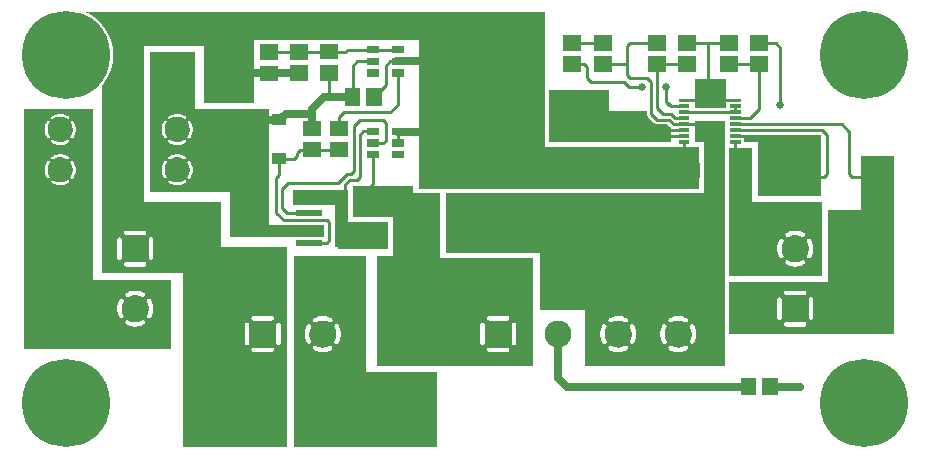
<source format=gbr>
G04 start of page 2 for group 0 idx 0 *
G04 Title: (unknown), top *
G04 Creator: pcb 20140316 *
G04 CreationDate: Tue 07 May 2019 04:42:48 PM GMT UTC *
G04 For: ndholmes *
G04 Format: Gerber/RS-274X *
G04 PCB-Dimensions (mil): 3000.00 1500.00 *
G04 PCB-Coordinate-Origin: lower left *
%MOIN*%
%FSLAX25Y25*%
%LNTOP*%
%ADD31C,0.0630*%
%ADD30C,0.0550*%
%ADD29C,0.1285*%
%ADD28C,0.0120*%
%ADD27C,0.0260*%
%ADD26R,0.0630X0.0630*%
%ADD25R,0.0360X0.0360*%
%ADD24R,0.0200X0.0200*%
%ADD23R,0.0240X0.0240*%
%ADD22R,0.0906X0.0906*%
%ADD21R,0.0700X0.0700*%
%ADD20R,0.0100X0.0100*%
%ADD19R,0.0120X0.0120*%
%ADD18R,0.0709X0.0709*%
%ADD17R,0.0512X0.0512*%
%ADD16C,0.0830*%
%ADD15C,0.0900*%
%ADD14C,0.2937*%
%ADD13C,0.0250*%
%ADD12C,0.0100*%
%ADD11C,0.0001*%
G54D11*G36*
X178000Y87000D02*X231000D01*
Y74500D01*
X178000D01*
Y87000D01*
G37*
G36*
X174500Y102500D02*X228000D01*
Y88500D01*
X174500D01*
Y102500D01*
G37*
G36*
X157500Y114500D02*X176500D01*
Y88500D01*
X157500D01*
Y114500D01*
G37*
G36*
X196500D02*X210500D01*
Y113559D01*
X210495Y113500D01*
X210514Y113265D01*
X210569Y113035D01*
X210659Y112817D01*
X210783Y112616D01*
X210936Y112436D01*
X210981Y112398D01*
X212898Y110481D01*
X212936Y110436D01*
X213115Y110283D01*
X213116Y110283D01*
X213317Y110159D01*
X213535Y110069D01*
X213765Y110014D01*
X214000Y109995D01*
X214059Y110000D01*
X217379D01*
X218382Y108997D01*
X218420Y108952D01*
X218500Y108884D01*
Y104000D01*
X196500D01*
Y114500D01*
G37*
G36*
X243000Y106500D02*X252000D01*
Y104000D01*
X243000D01*
Y106500D01*
G37*
G36*
X178000Y121500D02*X198000D01*
Y104000D01*
X178000D01*
Y121500D01*
G37*
G36*
X229500Y111000D02*X234000D01*
Y74500D01*
X229500D01*
Y111000D01*
G37*
G36*
X203000Y109000D02*X218379D01*
X218382Y108997D01*
X218420Y108952D01*
X218500Y108884D01*
Y104000D01*
X203000D01*
Y109000D01*
G37*
G36*
X226500Y111000D02*X231500D01*
Y104000D01*
X226500D01*
Y111000D01*
G37*
G36*
Y122000D02*X236500D01*
Y115500D01*
X226500D01*
Y122000D01*
G37*
G36*
Y125000D02*X237000D01*
Y115500D01*
X226500D01*
Y125000D01*
G37*
G36*
X225926Y87000D02*X234000D01*
Y29500D01*
X225926D01*
Y36803D01*
X225930Y36805D01*
X226033Y36864D01*
X226125Y36938D01*
X226204Y37025D01*
X226266Y37125D01*
X226511Y37612D01*
X226705Y38122D01*
X226852Y38648D01*
X226951Y39184D01*
X227000Y39727D01*
Y40273D01*
X226951Y40816D01*
X226852Y41352D01*
X226705Y41878D01*
X226511Y42388D01*
X226272Y42878D01*
X226208Y42978D01*
X226128Y43066D01*
X226035Y43140D01*
X225932Y43199D01*
X225926Y43202D01*
Y87000D01*
G37*
G36*
X221002D02*X225926D01*
Y43202D01*
X225821Y43242D01*
X225705Y43266D01*
X225587Y43272D01*
X225468Y43260D01*
X225354Y43229D01*
X225245Y43180D01*
X225146Y43115D01*
X225058Y43035D01*
X224983Y42943D01*
X224924Y42840D01*
X224882Y42729D01*
X224857Y42613D01*
X224851Y42494D01*
X224864Y42376D01*
X224895Y42261D01*
X224946Y42154D01*
X225129Y41789D01*
X225274Y41407D01*
X225384Y41013D01*
X225458Y40611D01*
X225495Y40204D01*
Y39796D01*
X225458Y39389D01*
X225384Y38987D01*
X225274Y38593D01*
X225129Y38211D01*
X224950Y37844D01*
X224900Y37737D01*
X224869Y37623D01*
X224856Y37506D01*
X224862Y37388D01*
X224886Y37272D01*
X224928Y37162D01*
X224987Y37060D01*
X225061Y36968D01*
X225149Y36889D01*
X225248Y36824D01*
X225355Y36776D01*
X225469Y36745D01*
X225587Y36732D01*
X225705Y36738D01*
X225820Y36763D01*
X225926Y36803D01*
Y29500D01*
X221002D01*
Y34000D01*
X221273D01*
X221816Y34049D01*
X222352Y34148D01*
X222878Y34295D01*
X223388Y34489D01*
X223878Y34728D01*
X223978Y34792D01*
X224066Y34872D01*
X224140Y34965D01*
X224199Y35068D01*
X224242Y35179D01*
X224266Y35295D01*
X224272Y35413D01*
X224260Y35532D01*
X224229Y35646D01*
X224180Y35755D01*
X224115Y35854D01*
X224035Y35942D01*
X223943Y36017D01*
X223840Y36076D01*
X223729Y36118D01*
X223613Y36143D01*
X223494Y36149D01*
X223376Y36136D01*
X223261Y36105D01*
X223154Y36054D01*
X222789Y35871D01*
X222407Y35726D01*
X222013Y35616D01*
X221611Y35542D01*
X221204Y35505D01*
X221002D01*
Y44495D01*
X221204D01*
X221611Y44458D01*
X222013Y44384D01*
X222407Y44274D01*
X222789Y44129D01*
X223156Y43950D01*
X223263Y43900D01*
X223377Y43869D01*
X223494Y43856D01*
X223612Y43862D01*
X223728Y43886D01*
X223838Y43928D01*
X223940Y43987D01*
X224032Y44061D01*
X224111Y44149D01*
X224176Y44248D01*
X224224Y44355D01*
X224255Y44469D01*
X224268Y44587D01*
X224262Y44705D01*
X224237Y44820D01*
X224195Y44930D01*
X224136Y45033D01*
X224062Y45125D01*
X223975Y45204D01*
X223875Y45266D01*
X223388Y45511D01*
X222878Y45705D01*
X222352Y45852D01*
X221816Y45951D01*
X221273Y46000D01*
X221002D01*
Y87000D01*
G37*
G36*
X216074D02*X221002D01*
Y46000D01*
X220727D01*
X220184Y45951D01*
X219648Y45852D01*
X219122Y45705D01*
X218612Y45511D01*
X218122Y45272D01*
X218022Y45208D01*
X217934Y45128D01*
X217860Y45035D01*
X217801Y44932D01*
X217758Y44821D01*
X217734Y44705D01*
X217728Y44587D01*
X217740Y44468D01*
X217771Y44354D01*
X217820Y44245D01*
X217885Y44146D01*
X217965Y44058D01*
X218057Y43983D01*
X218160Y43924D01*
X218271Y43882D01*
X218387Y43857D01*
X218506Y43851D01*
X218624Y43864D01*
X218739Y43895D01*
X218846Y43946D01*
X219211Y44129D01*
X219593Y44274D01*
X219987Y44384D01*
X220389Y44458D01*
X220796Y44495D01*
X221002D01*
Y35505D01*
X220796D01*
X220389Y35542D01*
X219987Y35616D01*
X219593Y35726D01*
X219211Y35871D01*
X218844Y36050D01*
X218737Y36100D01*
X218623Y36131D01*
X218506Y36144D01*
X218388Y36138D01*
X218272Y36114D01*
X218162Y36072D01*
X218060Y36013D01*
X217968Y35939D01*
X217889Y35851D01*
X217824Y35752D01*
X217776Y35645D01*
X217745Y35531D01*
X217732Y35413D01*
X217738Y35295D01*
X217763Y35180D01*
X217805Y35070D01*
X217864Y34967D01*
X217938Y34875D01*
X218025Y34796D01*
X218125Y34734D01*
X218612Y34489D01*
X219122Y34295D01*
X219648Y34148D01*
X220184Y34049D01*
X220727Y34000D01*
X221002D01*
Y29500D01*
X216074D01*
Y36798D01*
X216179Y36758D01*
X216295Y36734D01*
X216413Y36728D01*
X216532Y36740D01*
X216646Y36771D01*
X216755Y36820D01*
X216854Y36885D01*
X216942Y36965D01*
X217017Y37057D01*
X217076Y37160D01*
X217118Y37271D01*
X217143Y37387D01*
X217149Y37506D01*
X217136Y37624D01*
X217105Y37739D01*
X217054Y37846D01*
X216871Y38211D01*
X216726Y38593D01*
X216616Y38987D01*
X216542Y39389D01*
X216505Y39796D01*
Y40204D01*
X216542Y40611D01*
X216616Y41013D01*
X216726Y41407D01*
X216871Y41789D01*
X217050Y42156D01*
X217100Y42263D01*
X217131Y42377D01*
X217144Y42494D01*
X217138Y42612D01*
X217114Y42728D01*
X217072Y42838D01*
X217013Y42940D01*
X216939Y43032D01*
X216851Y43111D01*
X216752Y43176D01*
X216645Y43224D01*
X216531Y43255D01*
X216413Y43268D01*
X216295Y43262D01*
X216180Y43237D01*
X216074Y43197D01*
Y87000D01*
G37*
G36*
X205926D02*X216074D01*
Y43197D01*
X216070Y43195D01*
X215967Y43136D01*
X215875Y43062D01*
X215796Y42975D01*
X215734Y42875D01*
X215489Y42388D01*
X215295Y41878D01*
X215148Y41352D01*
X215049Y40816D01*
X215000Y40273D01*
Y39727D01*
X215049Y39184D01*
X215148Y38648D01*
X215295Y38122D01*
X215489Y37612D01*
X215728Y37122D01*
X215792Y37022D01*
X215872Y36934D01*
X215965Y36860D01*
X216068Y36801D01*
X216074Y36798D01*
Y29500D01*
X205926D01*
Y36803D01*
X205930Y36805D01*
X206033Y36864D01*
X206125Y36938D01*
X206204Y37025D01*
X206266Y37125D01*
X206511Y37612D01*
X206705Y38122D01*
X206852Y38648D01*
X206951Y39184D01*
X207000Y39727D01*
Y40273D01*
X206951Y40816D01*
X206852Y41352D01*
X206705Y41878D01*
X206511Y42388D01*
X206272Y42878D01*
X206208Y42978D01*
X206128Y43066D01*
X206035Y43140D01*
X205932Y43199D01*
X205926Y43202D01*
Y87000D01*
G37*
G36*
X201002D02*X205926D01*
Y43202D01*
X205821Y43242D01*
X205705Y43266D01*
X205587Y43272D01*
X205468Y43260D01*
X205354Y43229D01*
X205245Y43180D01*
X205146Y43115D01*
X205058Y43035D01*
X204983Y42943D01*
X204924Y42840D01*
X204882Y42729D01*
X204857Y42613D01*
X204851Y42494D01*
X204864Y42376D01*
X204895Y42261D01*
X204946Y42154D01*
X205129Y41789D01*
X205274Y41407D01*
X205384Y41013D01*
X205458Y40611D01*
X205495Y40204D01*
Y39796D01*
X205458Y39389D01*
X205384Y38987D01*
X205274Y38593D01*
X205129Y38211D01*
X204950Y37844D01*
X204900Y37737D01*
X204869Y37623D01*
X204856Y37506D01*
X204862Y37388D01*
X204886Y37272D01*
X204928Y37162D01*
X204987Y37060D01*
X205061Y36968D01*
X205149Y36889D01*
X205248Y36824D01*
X205355Y36776D01*
X205469Y36745D01*
X205587Y36732D01*
X205705Y36738D01*
X205820Y36763D01*
X205926Y36803D01*
Y29500D01*
X201002D01*
Y34000D01*
X201273D01*
X201816Y34049D01*
X202352Y34148D01*
X202878Y34295D01*
X203388Y34489D01*
X203878Y34728D01*
X203978Y34792D01*
X204066Y34872D01*
X204140Y34965D01*
X204199Y35068D01*
X204242Y35179D01*
X204266Y35295D01*
X204272Y35413D01*
X204260Y35532D01*
X204229Y35646D01*
X204180Y35755D01*
X204115Y35854D01*
X204035Y35942D01*
X203943Y36017D01*
X203840Y36076D01*
X203729Y36118D01*
X203613Y36143D01*
X203494Y36149D01*
X203376Y36136D01*
X203261Y36105D01*
X203154Y36054D01*
X202789Y35871D01*
X202407Y35726D01*
X202013Y35616D01*
X201611Y35542D01*
X201204Y35505D01*
X201002D01*
Y44495D01*
X201204D01*
X201611Y44458D01*
X202013Y44384D01*
X202407Y44274D01*
X202789Y44129D01*
X203156Y43950D01*
X203263Y43900D01*
X203377Y43869D01*
X203494Y43856D01*
X203612Y43862D01*
X203728Y43886D01*
X203838Y43928D01*
X203940Y43987D01*
X204032Y44061D01*
X204111Y44149D01*
X204176Y44248D01*
X204224Y44355D01*
X204255Y44469D01*
X204268Y44587D01*
X204262Y44705D01*
X204237Y44820D01*
X204195Y44930D01*
X204136Y45033D01*
X204062Y45125D01*
X203975Y45204D01*
X203875Y45266D01*
X203388Y45511D01*
X202878Y45705D01*
X202352Y45852D01*
X201816Y45951D01*
X201273Y46000D01*
X201002D01*
Y87000D01*
G37*
G36*
X196074D02*X201002D01*
Y46000D01*
X200727D01*
X200184Y45951D01*
X199648Y45852D01*
X199122Y45705D01*
X198612Y45511D01*
X198122Y45272D01*
X198022Y45208D01*
X197934Y45128D01*
X197860Y45035D01*
X197801Y44932D01*
X197758Y44821D01*
X197734Y44705D01*
X197728Y44587D01*
X197740Y44468D01*
X197771Y44354D01*
X197820Y44245D01*
X197885Y44146D01*
X197965Y44058D01*
X198057Y43983D01*
X198160Y43924D01*
X198271Y43882D01*
X198387Y43857D01*
X198506Y43851D01*
X198624Y43864D01*
X198739Y43895D01*
X198846Y43946D01*
X199211Y44129D01*
X199593Y44274D01*
X199987Y44384D01*
X200389Y44458D01*
X200796Y44495D01*
X201002D01*
Y35505D01*
X200796D01*
X200389Y35542D01*
X199987Y35616D01*
X199593Y35726D01*
X199211Y35871D01*
X198844Y36050D01*
X198737Y36100D01*
X198623Y36131D01*
X198506Y36144D01*
X198388Y36138D01*
X198272Y36114D01*
X198162Y36072D01*
X198060Y36013D01*
X197968Y35939D01*
X197889Y35851D01*
X197824Y35752D01*
X197776Y35645D01*
X197745Y35531D01*
X197732Y35413D01*
X197738Y35295D01*
X197763Y35180D01*
X197805Y35070D01*
X197864Y34967D01*
X197938Y34875D01*
X198025Y34796D01*
X198125Y34734D01*
X198612Y34489D01*
X199122Y34295D01*
X199648Y34148D01*
X200184Y34049D01*
X200727Y34000D01*
X201002D01*
Y29500D01*
X196074D01*
Y36798D01*
X196179Y36758D01*
X196295Y36734D01*
X196413Y36728D01*
X196532Y36740D01*
X196646Y36771D01*
X196755Y36820D01*
X196854Y36885D01*
X196942Y36965D01*
X197017Y37057D01*
X197076Y37160D01*
X197118Y37271D01*
X197143Y37387D01*
X197149Y37506D01*
X197136Y37624D01*
X197105Y37739D01*
X197054Y37846D01*
X196871Y38211D01*
X196726Y38593D01*
X196616Y38987D01*
X196542Y39389D01*
X196505Y39796D01*
Y40204D01*
X196542Y40611D01*
X196616Y41013D01*
X196726Y41407D01*
X196871Y41789D01*
X197050Y42156D01*
X197100Y42263D01*
X197131Y42377D01*
X197144Y42494D01*
X197138Y42612D01*
X197114Y42728D01*
X197072Y42838D01*
X197013Y42940D01*
X196939Y43032D01*
X196851Y43111D01*
X196752Y43176D01*
X196645Y43224D01*
X196531Y43255D01*
X196413Y43268D01*
X196295Y43262D01*
X196180Y43237D01*
X196074Y43197D01*
Y87000D01*
G37*
G36*
X190000D02*X196074D01*
Y43197D01*
X196070Y43195D01*
X195967Y43136D01*
X195875Y43062D01*
X195796Y42975D01*
X195734Y42875D01*
X195489Y42388D01*
X195295Y41878D01*
X195148Y41352D01*
X195049Y40816D01*
X195000Y40273D01*
Y39727D01*
X195049Y39184D01*
X195148Y38648D01*
X195295Y38122D01*
X195489Y37612D01*
X195728Y37122D01*
X195792Y37022D01*
X195872Y36934D01*
X195965Y36860D01*
X196068Y36801D01*
X196074Y36798D01*
Y29500D01*
X190000D01*
Y87000D01*
G37*
G36*
X175000D02*X200500D01*
Y48000D01*
X175000D01*
Y87000D01*
G37*
G36*
X231000Y80500D02*X236500D01*
Y29500D01*
X231000D01*
Y80500D01*
G37*
G36*
X247500Y106500D02*X256000D01*
Y86000D01*
X247500D01*
Y106500D01*
G37*
G36*
X271000Y81500D02*X293000D01*
Y40000D01*
X271000D01*
Y81500D01*
G37*
G36*
X265250Y57500D02*X287000D01*
Y40000D01*
X265250D01*
Y44748D01*
X265368Y44757D01*
X265482Y44785D01*
X265592Y44830D01*
X265692Y44891D01*
X265782Y44968D01*
X265859Y45058D01*
X265920Y45158D01*
X265965Y45268D01*
X265993Y45382D01*
X266000Y45500D01*
Y51500D01*
X265993Y51618D01*
X265965Y51732D01*
X265920Y51842D01*
X265859Y51942D01*
X265782Y52032D01*
X265692Y52109D01*
X265592Y52170D01*
X265482Y52215D01*
X265368Y52243D01*
X265250Y52252D01*
Y57500D01*
G37*
G36*
X260000D02*X265250D01*
Y52252D01*
X265132Y52243D01*
X265018Y52215D01*
X264908Y52170D01*
X264808Y52109D01*
X264718Y52032D01*
X264641Y51942D01*
X264580Y51842D01*
X264535Y51732D01*
X264507Y51618D01*
X264500Y51500D01*
Y45500D01*
X264507Y45382D01*
X264535Y45268D01*
X264580Y45158D01*
X264641Y45058D01*
X264718Y44968D01*
X264808Y44891D01*
X264908Y44830D01*
X265018Y44785D01*
X265132Y44757D01*
X265250Y44748D01*
Y40000D01*
X260000D01*
Y42500D01*
X263000D01*
X263118Y42507D01*
X263232Y42535D01*
X263342Y42580D01*
X263442Y42641D01*
X263532Y42718D01*
X263609Y42808D01*
X263670Y42908D01*
X263715Y43018D01*
X263743Y43132D01*
X263752Y43250D01*
X263743Y43368D01*
X263715Y43482D01*
X263670Y43592D01*
X263609Y43692D01*
X263532Y43782D01*
X263442Y43859D01*
X263342Y43920D01*
X263232Y43965D01*
X263118Y43993D01*
X263000Y44000D01*
X260000D01*
Y53000D01*
X263000D01*
X263118Y53007D01*
X263232Y53035D01*
X263342Y53080D01*
X263442Y53141D01*
X263532Y53218D01*
X263609Y53308D01*
X263670Y53408D01*
X263715Y53518D01*
X263743Y53632D01*
X263752Y53750D01*
X263743Y53868D01*
X263715Y53982D01*
X263670Y54092D01*
X263609Y54192D01*
X263532Y54282D01*
X263442Y54359D01*
X263342Y54420D01*
X263232Y54465D01*
X263118Y54493D01*
X263000Y54500D01*
X260000D01*
Y57500D01*
G37*
G36*
X254750D02*X260000D01*
Y54500D01*
X257000D01*
X256882Y54493D01*
X256768Y54465D01*
X256658Y54420D01*
X256558Y54359D01*
X256468Y54282D01*
X256391Y54192D01*
X256330Y54092D01*
X256285Y53982D01*
X256257Y53868D01*
X256248Y53750D01*
X256257Y53632D01*
X256285Y53518D01*
X256330Y53408D01*
X256391Y53308D01*
X256468Y53218D01*
X256558Y53141D01*
X256658Y53080D01*
X256768Y53035D01*
X256882Y53007D01*
X257000Y53000D01*
X260000D01*
Y44000D01*
X257000D01*
X256882Y43993D01*
X256768Y43965D01*
X256658Y43920D01*
X256558Y43859D01*
X256468Y43782D01*
X256391Y43692D01*
X256330Y43592D01*
X256285Y43482D01*
X256257Y43368D01*
X256248Y43250D01*
X256257Y43132D01*
X256285Y43018D01*
X256330Y42908D01*
X256391Y42808D01*
X256468Y42718D01*
X256558Y42641D01*
X256658Y42580D01*
X256768Y42535D01*
X256882Y42507D01*
X257000Y42500D01*
X260000D01*
Y40000D01*
X254750D01*
Y44748D01*
X254868Y44757D01*
X254982Y44785D01*
X255092Y44830D01*
X255192Y44891D01*
X255282Y44968D01*
X255359Y45058D01*
X255420Y45158D01*
X255465Y45268D01*
X255493Y45382D01*
X255500Y45500D01*
Y51500D01*
X255493Y51618D01*
X255465Y51732D01*
X255420Y51842D01*
X255359Y51942D01*
X255282Y52032D01*
X255192Y52109D01*
X255092Y52170D01*
X254982Y52215D01*
X254868Y52243D01*
X254750Y52252D01*
Y57500D01*
G37*
G36*
X238000D02*X254750D01*
Y52252D01*
X254632Y52243D01*
X254518Y52215D01*
X254408Y52170D01*
X254308Y52109D01*
X254218Y52032D01*
X254141Y51942D01*
X254080Y51842D01*
X254035Y51732D01*
X254007Y51618D01*
X254000Y51500D01*
Y45500D01*
X254007Y45382D01*
X254035Y45268D01*
X254080Y45158D01*
X254141Y45058D01*
X254218Y44968D01*
X254308Y44891D01*
X254408Y44830D01*
X254518Y44785D01*
X254632Y44757D01*
X254750Y44748D01*
Y40000D01*
X238000D01*
Y57500D01*
G37*
G36*
X268500Y86000D02*X247500D01*
Y106500D01*
X268379D01*
X268500Y106379D01*
Y86000D01*
G37*
G36*
X269000Y59500D02*X264926D01*
Y65303D01*
X264930Y65305D01*
X265033Y65364D01*
X265125Y65438D01*
X265204Y65525D01*
X265266Y65625D01*
X265511Y66112D01*
X265705Y66622D01*
X265852Y67148D01*
X265951Y67684D01*
X266000Y68227D01*
Y68773D01*
X265951Y69316D01*
X265852Y69852D01*
X265705Y70378D01*
X265511Y70888D01*
X265272Y71378D01*
X265208Y71478D01*
X265128Y71566D01*
X265035Y71640D01*
X264932Y71699D01*
X264926Y71702D01*
Y84000D01*
X269000D01*
Y59500D01*
G37*
G36*
X264926D02*X260002D01*
Y62500D01*
X260273D01*
X260816Y62549D01*
X261352Y62648D01*
X261878Y62795D01*
X262388Y62989D01*
X262878Y63228D01*
X262978Y63292D01*
X263066Y63372D01*
X263140Y63465D01*
X263199Y63568D01*
X263242Y63679D01*
X263266Y63795D01*
X263272Y63913D01*
X263260Y64032D01*
X263229Y64146D01*
X263180Y64255D01*
X263115Y64354D01*
X263035Y64442D01*
X262943Y64517D01*
X262840Y64576D01*
X262729Y64618D01*
X262613Y64643D01*
X262494Y64649D01*
X262376Y64636D01*
X262261Y64605D01*
X262154Y64554D01*
X261789Y64371D01*
X261407Y64226D01*
X261013Y64116D01*
X260611Y64042D01*
X260204Y64005D01*
X260002D01*
Y72995D01*
X260204D01*
X260611Y72958D01*
X261013Y72884D01*
X261407Y72774D01*
X261789Y72629D01*
X262156Y72450D01*
X262263Y72400D01*
X262377Y72369D01*
X262494Y72356D01*
X262612Y72362D01*
X262728Y72386D01*
X262838Y72428D01*
X262940Y72487D01*
X263032Y72561D01*
X263111Y72649D01*
X263176Y72748D01*
X263224Y72855D01*
X263255Y72969D01*
X263268Y73087D01*
X263262Y73205D01*
X263237Y73320D01*
X263195Y73430D01*
X263136Y73533D01*
X263062Y73625D01*
X262975Y73704D01*
X262875Y73766D01*
X262388Y74011D01*
X261878Y74205D01*
X261352Y74352D01*
X260816Y74451D01*
X260273Y74500D01*
X260002D01*
Y84000D01*
X264926D01*
Y71702D01*
X264821Y71742D01*
X264705Y71766D01*
X264587Y71772D01*
X264468Y71760D01*
X264354Y71729D01*
X264245Y71680D01*
X264146Y71615D01*
X264058Y71535D01*
X263983Y71443D01*
X263924Y71340D01*
X263882Y71229D01*
X263857Y71113D01*
X263851Y70994D01*
X263864Y70876D01*
X263895Y70761D01*
X263946Y70654D01*
X264129Y70289D01*
X264274Y69907D01*
X264384Y69513D01*
X264458Y69111D01*
X264495Y68704D01*
Y68296D01*
X264458Y67889D01*
X264384Y67487D01*
X264274Y67093D01*
X264129Y66711D01*
X263950Y66344D01*
X263900Y66237D01*
X263869Y66123D01*
X263856Y66006D01*
X263862Y65888D01*
X263886Y65772D01*
X263928Y65662D01*
X263987Y65560D01*
X264061Y65468D01*
X264149Y65389D01*
X264248Y65324D01*
X264355Y65276D01*
X264469Y65245D01*
X264587Y65232D01*
X264705Y65238D01*
X264820Y65263D01*
X264926Y65303D01*
Y59500D01*
G37*
G36*
X260002D02*X255074D01*
Y65298D01*
X255179Y65258D01*
X255295Y65234D01*
X255413Y65228D01*
X255532Y65240D01*
X255646Y65271D01*
X255755Y65320D01*
X255854Y65385D01*
X255942Y65465D01*
X256017Y65557D01*
X256076Y65660D01*
X256118Y65771D01*
X256143Y65887D01*
X256149Y66006D01*
X256136Y66124D01*
X256105Y66239D01*
X256054Y66346D01*
X255871Y66711D01*
X255726Y67093D01*
X255616Y67487D01*
X255542Y67889D01*
X255505Y68296D01*
Y68704D01*
X255542Y69111D01*
X255616Y69513D01*
X255726Y69907D01*
X255871Y70289D01*
X256050Y70656D01*
X256100Y70763D01*
X256131Y70877D01*
X256144Y70994D01*
X256138Y71112D01*
X256114Y71228D01*
X256072Y71338D01*
X256013Y71440D01*
X255939Y71532D01*
X255851Y71611D01*
X255752Y71676D01*
X255645Y71724D01*
X255531Y71755D01*
X255413Y71768D01*
X255295Y71762D01*
X255180Y71737D01*
X255074Y71697D01*
Y84000D01*
X260002D01*
Y74500D01*
X259727D01*
X259184Y74451D01*
X258648Y74352D01*
X258122Y74205D01*
X257612Y74011D01*
X257122Y73772D01*
X257022Y73708D01*
X256934Y73628D01*
X256860Y73535D01*
X256801Y73432D01*
X256758Y73321D01*
X256734Y73205D01*
X256728Y73087D01*
X256740Y72968D01*
X256771Y72854D01*
X256820Y72745D01*
X256885Y72646D01*
X256965Y72558D01*
X257057Y72483D01*
X257160Y72424D01*
X257271Y72382D01*
X257387Y72357D01*
X257506Y72351D01*
X257624Y72364D01*
X257739Y72395D01*
X257846Y72446D01*
X258211Y72629D01*
X258593Y72774D01*
X258987Y72884D01*
X259389Y72958D01*
X259796Y72995D01*
X260002D01*
Y64005D01*
X259796D01*
X259389Y64042D01*
X258987Y64116D01*
X258593Y64226D01*
X258211Y64371D01*
X257844Y64550D01*
X257737Y64600D01*
X257623Y64631D01*
X257506Y64644D01*
X257388Y64638D01*
X257272Y64614D01*
X257162Y64572D01*
X257060Y64513D01*
X256968Y64439D01*
X256889Y64351D01*
X256824Y64252D01*
X256776Y64145D01*
X256745Y64031D01*
X256732Y63913D01*
X256738Y63795D01*
X256763Y63680D01*
X256805Y63570D01*
X256864Y63467D01*
X256938Y63375D01*
X257025Y63296D01*
X257125Y63234D01*
X257612Y62989D01*
X258122Y62795D01*
X258648Y62648D01*
X259184Y62549D01*
X259727Y62500D01*
X260002D01*
Y59500D01*
G37*
G36*
X255074D02*X238000D01*
Y84000D01*
X255074D01*
Y71697D01*
X255070Y71695D01*
X254967Y71636D01*
X254875Y71562D01*
X254796Y71475D01*
X254734Y71375D01*
X254489Y70888D01*
X254295Y70378D01*
X254148Y69852D01*
X254049Y69316D01*
X254000Y68773D01*
Y68227D01*
X254049Y67684D01*
X254148Y67148D01*
X254295Y66622D01*
X254489Y66112D01*
X254728Y65622D01*
X254792Y65522D01*
X254872Y65434D01*
X254965Y65360D01*
X255068Y65301D01*
X255074Y65298D01*
Y59500D01*
G37*
G36*
X282000Y99500D02*X293000D01*
Y77000D01*
X282000D01*
Y99500D01*
G37*
G36*
X231000Y111000D02*X236500D01*
Y60000D01*
X231000D01*
Y111000D01*
G37*
G36*
X238000Y102000D02*X245500D01*
Y60500D01*
X238000D01*
Y102000D01*
G37*
G36*
X19280Y115000D02*X26000D01*
Y35000D01*
X19280D01*
Y91947D01*
X19289Y91956D01*
X19335Y92019D01*
X19566Y92408D01*
X19758Y92817D01*
X19914Y93242D01*
X20031Y93678D01*
X20110Y94123D01*
X20150Y94574D01*
Y95026D01*
X20110Y95477D01*
X20031Y95922D01*
X19914Y96358D01*
X19758Y96783D01*
X19566Y97192D01*
X19339Y97583D01*
X19292Y97647D01*
X19280Y97658D01*
Y105347D01*
X19289Y105356D01*
X19335Y105419D01*
X19566Y105808D01*
X19758Y106217D01*
X19914Y106642D01*
X20031Y107078D01*
X20110Y107523D01*
X20150Y107974D01*
Y108426D01*
X20110Y108877D01*
X20031Y109322D01*
X19914Y109758D01*
X19758Y110183D01*
X19566Y110592D01*
X19339Y110983D01*
X19292Y111047D01*
X19280Y111058D01*
Y115000D01*
G37*
G36*
X15002D02*X19280D01*
Y111058D01*
X19234Y111102D01*
X19169Y111147D01*
X19098Y111182D01*
X19022Y111205D01*
X18943Y111215D01*
X18864Y111214D01*
X18786Y111200D01*
X18711Y111174D01*
X18641Y111136D01*
X18578Y111088D01*
X18523Y111031D01*
X18478Y110966D01*
X18443Y110894D01*
X18420Y110819D01*
X18409Y110740D01*
X18411Y110661D01*
X18425Y110583D01*
X18451Y110508D01*
X18490Y110439D01*
X18676Y110126D01*
X18831Y109796D01*
X18956Y109455D01*
X19051Y109103D01*
X19114Y108745D01*
X19146Y108382D01*
Y108018D01*
X19114Y107655D01*
X19051Y107297D01*
X18956Y106945D01*
X18831Y106604D01*
X18676Y106274D01*
X18493Y105959D01*
X18455Y105891D01*
X18429Y105816D01*
X18415Y105739D01*
X18413Y105660D01*
X18424Y105582D01*
X18447Y105507D01*
X18481Y105436D01*
X18526Y105372D01*
X18580Y105315D01*
X18643Y105267D01*
X18713Y105230D01*
X18787Y105204D01*
X18864Y105190D01*
X18943Y105189D01*
X19021Y105199D01*
X19096Y105222D01*
X19167Y105256D01*
X19232Y105301D01*
X19280Y105347D01*
Y97658D01*
X19234Y97702D01*
X19169Y97747D01*
X19098Y97782D01*
X19022Y97805D01*
X18943Y97815D01*
X18864Y97814D01*
X18786Y97800D01*
X18711Y97774D01*
X18641Y97736D01*
X18578Y97688D01*
X18523Y97631D01*
X18478Y97566D01*
X18443Y97494D01*
X18420Y97419D01*
X18409Y97340D01*
X18411Y97261D01*
X18425Y97183D01*
X18451Y97108D01*
X18490Y97039D01*
X18676Y96726D01*
X18831Y96396D01*
X18956Y96055D01*
X19051Y95703D01*
X19114Y95345D01*
X19146Y94982D01*
Y94618D01*
X19114Y94255D01*
X19051Y93897D01*
X18956Y93545D01*
X18831Y93204D01*
X18676Y92874D01*
X18493Y92559D01*
X18455Y92491D01*
X18429Y92416D01*
X18415Y92339D01*
X18413Y92260D01*
X18424Y92182D01*
X18447Y92107D01*
X18481Y92036D01*
X18526Y91972D01*
X18580Y91915D01*
X18643Y91867D01*
X18713Y91830D01*
X18787Y91804D01*
X18864Y91790D01*
X18943Y91789D01*
X19021Y91799D01*
X19096Y91822D01*
X19167Y91856D01*
X19232Y91901D01*
X19280Y91947D01*
Y35000D01*
X15002D01*
Y89650D01*
X15226D01*
X15677Y89690D01*
X16122Y89769D01*
X16558Y89886D01*
X16983Y90042D01*
X17392Y90234D01*
X17783Y90461D01*
X17847Y90508D01*
X17902Y90566D01*
X17947Y90631D01*
X17982Y90702D01*
X18005Y90778D01*
X18015Y90857D01*
X18014Y90936D01*
X18000Y91014D01*
X17974Y91089D01*
X17936Y91159D01*
X17888Y91222D01*
X17831Y91277D01*
X17766Y91322D01*
X17694Y91357D01*
X17619Y91380D01*
X17540Y91391D01*
X17461Y91389D01*
X17383Y91375D01*
X17308Y91349D01*
X17239Y91310D01*
X16926Y91124D01*
X16596Y90969D01*
X16255Y90844D01*
X15903Y90749D01*
X15545Y90686D01*
X15182Y90654D01*
X15002D01*
Y98946D01*
X15182D01*
X15545Y98914D01*
X15903Y98851D01*
X16255Y98756D01*
X16596Y98631D01*
X16926Y98476D01*
X17241Y98293D01*
X17309Y98255D01*
X17384Y98229D01*
X17461Y98215D01*
X17540Y98213D01*
X17618Y98224D01*
X17693Y98247D01*
X17764Y98281D01*
X17828Y98326D01*
X17885Y98380D01*
X17933Y98443D01*
X17970Y98513D01*
X17996Y98587D01*
X18010Y98664D01*
X18011Y98743D01*
X18001Y98821D01*
X17978Y98896D01*
X17944Y98967D01*
X17899Y99032D01*
X17844Y99089D01*
X17781Y99135D01*
X17392Y99366D01*
X16983Y99558D01*
X16558Y99714D01*
X16122Y99831D01*
X15677Y99910D01*
X15226Y99950D01*
X15002D01*
Y103050D01*
X15226D01*
X15677Y103090D01*
X16122Y103169D01*
X16558Y103286D01*
X16983Y103442D01*
X17392Y103634D01*
X17783Y103861D01*
X17847Y103908D01*
X17902Y103966D01*
X17947Y104031D01*
X17982Y104102D01*
X18005Y104178D01*
X18015Y104257D01*
X18014Y104336D01*
X18000Y104414D01*
X17974Y104489D01*
X17936Y104559D01*
X17888Y104622D01*
X17831Y104677D01*
X17766Y104722D01*
X17694Y104757D01*
X17619Y104780D01*
X17540Y104791D01*
X17461Y104789D01*
X17383Y104775D01*
X17308Y104749D01*
X17239Y104710D01*
X16926Y104524D01*
X16596Y104369D01*
X16255Y104244D01*
X15903Y104149D01*
X15545Y104086D01*
X15182Y104054D01*
X15002D01*
Y112346D01*
X15182D01*
X15545Y112314D01*
X15903Y112251D01*
X16255Y112156D01*
X16596Y112031D01*
X16926Y111876D01*
X17241Y111693D01*
X17309Y111655D01*
X17384Y111629D01*
X17461Y111615D01*
X17540Y111613D01*
X17618Y111624D01*
X17693Y111647D01*
X17764Y111681D01*
X17828Y111726D01*
X17885Y111780D01*
X17933Y111843D01*
X17970Y111913D01*
X17996Y111987D01*
X18010Y112064D01*
X18011Y112143D01*
X18001Y112221D01*
X17978Y112296D01*
X17944Y112367D01*
X17899Y112432D01*
X17844Y112489D01*
X17781Y112535D01*
X17392Y112766D01*
X16983Y112958D01*
X16558Y113114D01*
X16122Y113231D01*
X15677Y113310D01*
X15226Y113350D01*
X15002D01*
Y115000D01*
G37*
G36*
X10720D02*X15002D01*
Y113350D01*
X14774D01*
X14323Y113310D01*
X13878Y113231D01*
X13442Y113114D01*
X13017Y112958D01*
X12608Y112766D01*
X12217Y112539D01*
X12153Y112492D01*
X12098Y112434D01*
X12053Y112369D01*
X12018Y112298D01*
X11995Y112222D01*
X11985Y112143D01*
X11986Y112064D01*
X12000Y111986D01*
X12026Y111911D01*
X12064Y111841D01*
X12112Y111778D01*
X12169Y111723D01*
X12234Y111678D01*
X12306Y111643D01*
X12381Y111620D01*
X12460Y111609D01*
X12539Y111611D01*
X12617Y111625D01*
X12692Y111651D01*
X12761Y111690D01*
X13074Y111876D01*
X13404Y112031D01*
X13745Y112156D01*
X14097Y112251D01*
X14455Y112314D01*
X14818Y112346D01*
X15002D01*
Y104054D01*
X14818D01*
X14455Y104086D01*
X14097Y104149D01*
X13745Y104244D01*
X13404Y104369D01*
X13074Y104524D01*
X12759Y104707D01*
X12691Y104745D01*
X12616Y104771D01*
X12539Y104785D01*
X12460Y104787D01*
X12382Y104776D01*
X12307Y104753D01*
X12236Y104719D01*
X12172Y104674D01*
X12115Y104620D01*
X12067Y104557D01*
X12030Y104487D01*
X12004Y104413D01*
X11990Y104336D01*
X11989Y104257D01*
X11999Y104179D01*
X12022Y104104D01*
X12056Y104033D01*
X12101Y103968D01*
X12156Y103911D01*
X12219Y103865D01*
X12608Y103634D01*
X13017Y103442D01*
X13442Y103286D01*
X13878Y103169D01*
X14323Y103090D01*
X14774Y103050D01*
X15002D01*
Y99950D01*
X14774D01*
X14323Y99910D01*
X13878Y99831D01*
X13442Y99714D01*
X13017Y99558D01*
X12608Y99366D01*
X12217Y99139D01*
X12153Y99092D01*
X12098Y99034D01*
X12053Y98969D01*
X12018Y98898D01*
X11995Y98822D01*
X11985Y98743D01*
X11986Y98664D01*
X12000Y98586D01*
X12026Y98511D01*
X12064Y98441D01*
X12112Y98378D01*
X12169Y98323D01*
X12234Y98278D01*
X12306Y98243D01*
X12381Y98220D01*
X12460Y98209D01*
X12539Y98211D01*
X12617Y98225D01*
X12692Y98251D01*
X12761Y98290D01*
X13074Y98476D01*
X13404Y98631D01*
X13745Y98756D01*
X14097Y98851D01*
X14455Y98914D01*
X14818Y98946D01*
X15002D01*
Y90654D01*
X14818D01*
X14455Y90686D01*
X14097Y90749D01*
X13745Y90844D01*
X13404Y90969D01*
X13074Y91124D01*
X12759Y91307D01*
X12691Y91345D01*
X12616Y91371D01*
X12539Y91385D01*
X12460Y91387D01*
X12382Y91376D01*
X12307Y91353D01*
X12236Y91319D01*
X12172Y91274D01*
X12115Y91220D01*
X12067Y91157D01*
X12030Y91087D01*
X12004Y91013D01*
X11990Y90936D01*
X11989Y90857D01*
X11999Y90779D01*
X12022Y90704D01*
X12056Y90633D01*
X12101Y90568D01*
X12156Y90511D01*
X12219Y90465D01*
X12608Y90234D01*
X13017Y90042D01*
X13442Y89886D01*
X13878Y89769D01*
X14323Y89690D01*
X14774Y89650D01*
X15002D01*
Y35000D01*
X10720D01*
Y91942D01*
X10766Y91898D01*
X10831Y91853D01*
X10902Y91818D01*
X10978Y91795D01*
X11057Y91785D01*
X11136Y91786D01*
X11214Y91800D01*
X11289Y91826D01*
X11359Y91864D01*
X11422Y91912D01*
X11477Y91969D01*
X11522Y92034D01*
X11557Y92106D01*
X11580Y92181D01*
X11591Y92260D01*
X11589Y92339D01*
X11575Y92417D01*
X11549Y92492D01*
X11510Y92561D01*
X11324Y92874D01*
X11169Y93204D01*
X11044Y93545D01*
X10949Y93897D01*
X10886Y94255D01*
X10854Y94618D01*
Y94982D01*
X10886Y95345D01*
X10949Y95703D01*
X11044Y96055D01*
X11169Y96396D01*
X11324Y96726D01*
X11507Y97041D01*
X11545Y97109D01*
X11571Y97184D01*
X11585Y97261D01*
X11587Y97340D01*
X11576Y97418D01*
X11553Y97493D01*
X11519Y97564D01*
X11474Y97628D01*
X11420Y97685D01*
X11357Y97733D01*
X11287Y97770D01*
X11213Y97796D01*
X11136Y97810D01*
X11057Y97811D01*
X10979Y97801D01*
X10904Y97778D01*
X10833Y97744D01*
X10768Y97699D01*
X10720Y97653D01*
Y105342D01*
X10766Y105298D01*
X10831Y105253D01*
X10902Y105218D01*
X10978Y105195D01*
X11057Y105185D01*
X11136Y105186D01*
X11214Y105200D01*
X11289Y105226D01*
X11359Y105264D01*
X11422Y105312D01*
X11477Y105369D01*
X11522Y105434D01*
X11557Y105506D01*
X11580Y105581D01*
X11591Y105660D01*
X11589Y105739D01*
X11575Y105817D01*
X11549Y105892D01*
X11510Y105961D01*
X11324Y106274D01*
X11169Y106604D01*
X11044Y106945D01*
X10949Y107297D01*
X10886Y107655D01*
X10854Y108018D01*
Y108382D01*
X10886Y108745D01*
X10949Y109103D01*
X11044Y109455D01*
X11169Y109796D01*
X11324Y110126D01*
X11507Y110441D01*
X11545Y110509D01*
X11571Y110584D01*
X11585Y110661D01*
X11587Y110740D01*
X11576Y110818D01*
X11553Y110893D01*
X11519Y110964D01*
X11474Y111028D01*
X11420Y111085D01*
X11357Y111133D01*
X11287Y111170D01*
X11213Y111196D01*
X11136Y111210D01*
X11057Y111211D01*
X10979Y111201D01*
X10904Y111178D01*
X10833Y111144D01*
X10768Y111099D01*
X10720Y111053D01*
Y115000D01*
G37*
G36*
X3000D02*X10720D01*
Y111053D01*
X10711Y111044D01*
X10665Y110981D01*
X10434Y110592D01*
X10242Y110183D01*
X10086Y109758D01*
X9969Y109322D01*
X9890Y108877D01*
X9850Y108426D01*
Y107974D01*
X9890Y107523D01*
X9969Y107078D01*
X10086Y106642D01*
X10242Y106217D01*
X10434Y105808D01*
X10661Y105417D01*
X10708Y105353D01*
X10720Y105342D01*
Y97653D01*
X10711Y97644D01*
X10665Y97581D01*
X10434Y97192D01*
X10242Y96783D01*
X10086Y96358D01*
X9969Y95922D01*
X9890Y95477D01*
X9850Y95026D01*
Y94574D01*
X9890Y94123D01*
X9969Y93678D01*
X10086Y93242D01*
X10242Y92817D01*
X10434Y92408D01*
X10661Y92017D01*
X10708Y91953D01*
X10720Y91942D01*
Y35000D01*
X3000D01*
Y115000D01*
G37*
G36*
X44926Y58000D02*X52000D01*
Y35000D01*
X44926D01*
Y45303D01*
X44930Y45305D01*
X45033Y45364D01*
X45125Y45438D01*
X45204Y45525D01*
X45266Y45625D01*
X45511Y46112D01*
X45705Y46622D01*
X45852Y47148D01*
X45951Y47684D01*
X46000Y48227D01*
Y48773D01*
X45951Y49316D01*
X45852Y49852D01*
X45705Y50378D01*
X45511Y50888D01*
X45272Y51378D01*
X45208Y51478D01*
X45128Y51566D01*
X45035Y51640D01*
X44932Y51699D01*
X44926Y51702D01*
Y58000D01*
G37*
G36*
X40002D02*X44926D01*
Y51702D01*
X44821Y51742D01*
X44705Y51766D01*
X44587Y51772D01*
X44468Y51760D01*
X44354Y51729D01*
X44245Y51680D01*
X44146Y51615D01*
X44058Y51535D01*
X43983Y51443D01*
X43924Y51340D01*
X43882Y51229D01*
X43857Y51113D01*
X43851Y50994D01*
X43864Y50876D01*
X43895Y50761D01*
X43946Y50654D01*
X44129Y50289D01*
X44274Y49907D01*
X44384Y49513D01*
X44458Y49111D01*
X44495Y48704D01*
Y48296D01*
X44458Y47889D01*
X44384Y47487D01*
X44274Y47093D01*
X44129Y46711D01*
X43950Y46344D01*
X43900Y46237D01*
X43869Y46123D01*
X43856Y46006D01*
X43862Y45888D01*
X43886Y45772D01*
X43928Y45662D01*
X43987Y45560D01*
X44061Y45468D01*
X44149Y45389D01*
X44248Y45324D01*
X44355Y45276D01*
X44469Y45245D01*
X44587Y45232D01*
X44705Y45238D01*
X44820Y45263D01*
X44926Y45303D01*
Y35000D01*
X40002D01*
Y42500D01*
X40273D01*
X40816Y42549D01*
X41352Y42648D01*
X41878Y42795D01*
X42388Y42989D01*
X42878Y43228D01*
X42978Y43292D01*
X43066Y43372D01*
X43140Y43465D01*
X43199Y43568D01*
X43242Y43679D01*
X43266Y43795D01*
X43272Y43913D01*
X43260Y44032D01*
X43229Y44146D01*
X43180Y44255D01*
X43115Y44354D01*
X43035Y44442D01*
X42943Y44517D01*
X42840Y44576D01*
X42729Y44618D01*
X42613Y44643D01*
X42494Y44649D01*
X42376Y44636D01*
X42261Y44605D01*
X42154Y44554D01*
X41789Y44371D01*
X41407Y44226D01*
X41013Y44116D01*
X40611Y44042D01*
X40204Y44005D01*
X40002D01*
Y52995D01*
X40204D01*
X40611Y52958D01*
X41013Y52884D01*
X41407Y52774D01*
X41789Y52629D01*
X42156Y52450D01*
X42263Y52400D01*
X42377Y52369D01*
X42494Y52356D01*
X42612Y52362D01*
X42728Y52386D01*
X42838Y52428D01*
X42940Y52487D01*
X43032Y52561D01*
X43111Y52649D01*
X43176Y52748D01*
X43224Y52855D01*
X43255Y52969D01*
X43268Y53087D01*
X43262Y53205D01*
X43237Y53320D01*
X43195Y53430D01*
X43136Y53533D01*
X43062Y53625D01*
X42975Y53704D01*
X42875Y53766D01*
X42388Y54011D01*
X41878Y54205D01*
X41352Y54352D01*
X40816Y54451D01*
X40273Y54500D01*
X40002D01*
Y58000D01*
G37*
G36*
X35074D02*X40002D01*
Y54500D01*
X39727D01*
X39184Y54451D01*
X38648Y54352D01*
X38122Y54205D01*
X37612Y54011D01*
X37122Y53772D01*
X37022Y53708D01*
X36934Y53628D01*
X36860Y53535D01*
X36801Y53432D01*
X36758Y53321D01*
X36734Y53205D01*
X36728Y53087D01*
X36740Y52968D01*
X36771Y52854D01*
X36820Y52745D01*
X36885Y52646D01*
X36965Y52558D01*
X37057Y52483D01*
X37160Y52424D01*
X37271Y52382D01*
X37387Y52357D01*
X37506Y52351D01*
X37624Y52364D01*
X37739Y52395D01*
X37846Y52446D01*
X38211Y52629D01*
X38593Y52774D01*
X38987Y52884D01*
X39389Y52958D01*
X39796Y52995D01*
X40002D01*
Y44005D01*
X39796D01*
X39389Y44042D01*
X38987Y44116D01*
X38593Y44226D01*
X38211Y44371D01*
X37844Y44550D01*
X37737Y44600D01*
X37623Y44631D01*
X37506Y44644D01*
X37388Y44638D01*
X37272Y44614D01*
X37162Y44572D01*
X37060Y44513D01*
X36968Y44439D01*
X36889Y44351D01*
X36824Y44252D01*
X36776Y44145D01*
X36745Y44031D01*
X36732Y43913D01*
X36738Y43795D01*
X36763Y43680D01*
X36805Y43570D01*
X36864Y43467D01*
X36938Y43375D01*
X37025Y43296D01*
X37125Y43234D01*
X37612Y42989D01*
X38122Y42795D01*
X38648Y42648D01*
X39184Y42549D01*
X39727Y42500D01*
X40002D01*
Y35000D01*
X35074D01*
Y45298D01*
X35179Y45258D01*
X35295Y45234D01*
X35413Y45228D01*
X35532Y45240D01*
X35646Y45271D01*
X35755Y45320D01*
X35854Y45385D01*
X35942Y45465D01*
X36017Y45557D01*
X36076Y45660D01*
X36118Y45771D01*
X36143Y45887D01*
X36149Y46006D01*
X36136Y46124D01*
X36105Y46239D01*
X36054Y46346D01*
X35871Y46711D01*
X35726Y47093D01*
X35616Y47487D01*
X35542Y47889D01*
X35505Y48296D01*
Y48704D01*
X35542Y49111D01*
X35616Y49513D01*
X35726Y49907D01*
X35871Y50289D01*
X36050Y50656D01*
X36100Y50763D01*
X36131Y50877D01*
X36144Y50994D01*
X36138Y51112D01*
X36114Y51228D01*
X36072Y51338D01*
X36013Y51440D01*
X35939Y51532D01*
X35851Y51611D01*
X35752Y51676D01*
X35645Y51724D01*
X35531Y51755D01*
X35413Y51768D01*
X35295Y51762D01*
X35180Y51737D01*
X35074Y51697D01*
Y58000D01*
G37*
G36*
X14000D02*X35074D01*
Y51697D01*
X35070Y51695D01*
X34967Y51636D01*
X34875Y51562D01*
X34796Y51475D01*
X34734Y51375D01*
X34489Y50888D01*
X34295Y50378D01*
X34148Y49852D01*
X34049Y49316D01*
X34000Y48773D01*
Y48227D01*
X34049Y47684D01*
X34148Y47148D01*
X34295Y46622D01*
X34489Y46112D01*
X34728Y45622D01*
X34792Y45522D01*
X34872Y45434D01*
X34965Y45360D01*
X35068Y45301D01*
X35074Y45298D01*
Y35000D01*
X14000D01*
Y58000D01*
G37*
G36*
X46000Y140000D02*X31077D01*
X31018Y140142D01*
X29728Y142247D01*
X28124Y144124D01*
X26247Y145728D01*
X24142Y147018D01*
X22978Y147500D01*
X46000D01*
Y140000D01*
G37*
G36*
X29000Y81000D02*Y122901D01*
X29728Y123753D01*
X31018Y125858D01*
X31962Y128138D01*
X32539Y130539D01*
X32684Y133000D01*
X32539Y135461D01*
X31962Y137862D01*
X31018Y140142D01*
X29728Y142247D01*
X29000Y143099D01*
Y147500D01*
X43000D01*
Y81000D01*
X29000D01*
G37*
G36*
X58280Y115000D02*X83500D01*
Y87500D01*
X58280D01*
Y91947D01*
X58289Y91956D01*
X58335Y92019D01*
X58566Y92408D01*
X58758Y92817D01*
X58914Y93242D01*
X59031Y93678D01*
X59110Y94123D01*
X59150Y94574D01*
Y95026D01*
X59110Y95477D01*
X59031Y95922D01*
X58914Y96358D01*
X58758Y96783D01*
X58566Y97192D01*
X58339Y97583D01*
X58292Y97647D01*
X58280Y97658D01*
Y105347D01*
X58289Y105356D01*
X58335Y105419D01*
X58566Y105808D01*
X58758Y106217D01*
X58914Y106642D01*
X59031Y107078D01*
X59110Y107523D01*
X59150Y107974D01*
Y108426D01*
X59110Y108877D01*
X59031Y109322D01*
X58914Y109758D01*
X58758Y110183D01*
X58566Y110592D01*
X58339Y110983D01*
X58292Y111047D01*
X58280Y111058D01*
Y115000D01*
G37*
G36*
X54002D02*X58280D01*
Y111058D01*
X58234Y111102D01*
X58169Y111147D01*
X58098Y111182D01*
X58022Y111205D01*
X57943Y111215D01*
X57864Y111214D01*
X57786Y111200D01*
X57711Y111174D01*
X57641Y111136D01*
X57578Y111088D01*
X57523Y111031D01*
X57478Y110966D01*
X57443Y110894D01*
X57420Y110819D01*
X57409Y110740D01*
X57411Y110661D01*
X57425Y110583D01*
X57451Y110508D01*
X57490Y110439D01*
X57676Y110126D01*
X57831Y109796D01*
X57956Y109455D01*
X58051Y109103D01*
X58114Y108745D01*
X58146Y108382D01*
Y108018D01*
X58114Y107655D01*
X58051Y107297D01*
X57956Y106945D01*
X57831Y106604D01*
X57676Y106274D01*
X57493Y105959D01*
X57455Y105891D01*
X57429Y105816D01*
X57415Y105739D01*
X57413Y105660D01*
X57424Y105582D01*
X57447Y105507D01*
X57481Y105436D01*
X57526Y105372D01*
X57580Y105315D01*
X57643Y105267D01*
X57713Y105230D01*
X57787Y105204D01*
X57864Y105190D01*
X57943Y105189D01*
X58021Y105199D01*
X58096Y105222D01*
X58167Y105256D01*
X58232Y105301D01*
X58280Y105347D01*
Y97658D01*
X58234Y97702D01*
X58169Y97747D01*
X58098Y97782D01*
X58022Y97805D01*
X57943Y97815D01*
X57864Y97814D01*
X57786Y97800D01*
X57711Y97774D01*
X57641Y97736D01*
X57578Y97688D01*
X57523Y97631D01*
X57478Y97566D01*
X57443Y97494D01*
X57420Y97419D01*
X57409Y97340D01*
X57411Y97261D01*
X57425Y97183D01*
X57451Y97108D01*
X57490Y97039D01*
X57676Y96726D01*
X57831Y96396D01*
X57956Y96055D01*
X58051Y95703D01*
X58114Y95345D01*
X58146Y94982D01*
Y94618D01*
X58114Y94255D01*
X58051Y93897D01*
X57956Y93545D01*
X57831Y93204D01*
X57676Y92874D01*
X57493Y92559D01*
X57455Y92491D01*
X57429Y92416D01*
X57415Y92339D01*
X57413Y92260D01*
X57424Y92182D01*
X57447Y92107D01*
X57481Y92036D01*
X57526Y91972D01*
X57580Y91915D01*
X57643Y91867D01*
X57713Y91830D01*
X57787Y91804D01*
X57864Y91790D01*
X57943Y91789D01*
X58021Y91799D01*
X58096Y91822D01*
X58167Y91856D01*
X58232Y91901D01*
X58280Y91947D01*
Y87500D01*
X54002D01*
Y89650D01*
X54226D01*
X54677Y89690D01*
X55122Y89769D01*
X55558Y89886D01*
X55983Y90042D01*
X56392Y90234D01*
X56783Y90461D01*
X56847Y90508D01*
X56902Y90566D01*
X56947Y90631D01*
X56982Y90702D01*
X57005Y90778D01*
X57015Y90857D01*
X57014Y90936D01*
X57000Y91014D01*
X56974Y91089D01*
X56936Y91159D01*
X56888Y91222D01*
X56831Y91277D01*
X56766Y91322D01*
X56694Y91357D01*
X56619Y91380D01*
X56540Y91391D01*
X56461Y91389D01*
X56383Y91375D01*
X56308Y91349D01*
X56239Y91310D01*
X55926Y91124D01*
X55596Y90969D01*
X55255Y90844D01*
X54903Y90749D01*
X54545Y90686D01*
X54182Y90654D01*
X54002D01*
Y98946D01*
X54182D01*
X54545Y98914D01*
X54903Y98851D01*
X55255Y98756D01*
X55596Y98631D01*
X55926Y98476D01*
X56241Y98293D01*
X56309Y98255D01*
X56384Y98229D01*
X56461Y98215D01*
X56540Y98213D01*
X56618Y98224D01*
X56693Y98247D01*
X56764Y98281D01*
X56828Y98326D01*
X56885Y98380D01*
X56933Y98443D01*
X56970Y98513D01*
X56996Y98587D01*
X57010Y98664D01*
X57011Y98743D01*
X57001Y98821D01*
X56978Y98896D01*
X56944Y98967D01*
X56899Y99032D01*
X56844Y99089D01*
X56781Y99135D01*
X56392Y99366D01*
X55983Y99558D01*
X55558Y99714D01*
X55122Y99831D01*
X54677Y99910D01*
X54226Y99950D01*
X54002D01*
Y103050D01*
X54226D01*
X54677Y103090D01*
X55122Y103169D01*
X55558Y103286D01*
X55983Y103442D01*
X56392Y103634D01*
X56783Y103861D01*
X56847Y103908D01*
X56902Y103966D01*
X56947Y104031D01*
X56982Y104102D01*
X57005Y104178D01*
X57015Y104257D01*
X57014Y104336D01*
X57000Y104414D01*
X56974Y104489D01*
X56936Y104559D01*
X56888Y104622D01*
X56831Y104677D01*
X56766Y104722D01*
X56694Y104757D01*
X56619Y104780D01*
X56540Y104791D01*
X56461Y104789D01*
X56383Y104775D01*
X56308Y104749D01*
X56239Y104710D01*
X55926Y104524D01*
X55596Y104369D01*
X55255Y104244D01*
X54903Y104149D01*
X54545Y104086D01*
X54182Y104054D01*
X54002D01*
Y112346D01*
X54182D01*
X54545Y112314D01*
X54903Y112251D01*
X55255Y112156D01*
X55596Y112031D01*
X55926Y111876D01*
X56241Y111693D01*
X56309Y111655D01*
X56384Y111629D01*
X56461Y111615D01*
X56540Y111613D01*
X56618Y111624D01*
X56693Y111647D01*
X56764Y111681D01*
X56828Y111726D01*
X56885Y111780D01*
X56933Y111843D01*
X56970Y111913D01*
X56996Y111987D01*
X57010Y112064D01*
X57011Y112143D01*
X57001Y112221D01*
X56978Y112296D01*
X56944Y112367D01*
X56899Y112432D01*
X56844Y112489D01*
X56781Y112535D01*
X56392Y112766D01*
X55983Y112958D01*
X55558Y113114D01*
X55122Y113231D01*
X54677Y113310D01*
X54226Y113350D01*
X54002D01*
Y115000D01*
G37*
G36*
X49720D02*X54002D01*
Y113350D01*
X53774D01*
X53323Y113310D01*
X52878Y113231D01*
X52442Y113114D01*
X52017Y112958D01*
X51608Y112766D01*
X51217Y112539D01*
X51153Y112492D01*
X51098Y112434D01*
X51053Y112369D01*
X51018Y112298D01*
X50995Y112222D01*
X50985Y112143D01*
X50986Y112064D01*
X51000Y111986D01*
X51026Y111911D01*
X51064Y111841D01*
X51112Y111778D01*
X51169Y111723D01*
X51234Y111678D01*
X51306Y111643D01*
X51381Y111620D01*
X51460Y111609D01*
X51539Y111611D01*
X51617Y111625D01*
X51692Y111651D01*
X51761Y111690D01*
X52074Y111876D01*
X52404Y112031D01*
X52745Y112156D01*
X53097Y112251D01*
X53455Y112314D01*
X53818Y112346D01*
X54002D01*
Y104054D01*
X53818D01*
X53455Y104086D01*
X53097Y104149D01*
X52745Y104244D01*
X52404Y104369D01*
X52074Y104524D01*
X51759Y104707D01*
X51691Y104745D01*
X51616Y104771D01*
X51539Y104785D01*
X51460Y104787D01*
X51382Y104776D01*
X51307Y104753D01*
X51236Y104719D01*
X51172Y104674D01*
X51115Y104620D01*
X51067Y104557D01*
X51030Y104487D01*
X51004Y104413D01*
X50990Y104336D01*
X50989Y104257D01*
X50999Y104179D01*
X51022Y104104D01*
X51056Y104033D01*
X51101Y103968D01*
X51156Y103911D01*
X51219Y103865D01*
X51608Y103634D01*
X52017Y103442D01*
X52442Y103286D01*
X52878Y103169D01*
X53323Y103090D01*
X53774Y103050D01*
X54002D01*
Y99950D01*
X53774D01*
X53323Y99910D01*
X52878Y99831D01*
X52442Y99714D01*
X52017Y99558D01*
X51608Y99366D01*
X51217Y99139D01*
X51153Y99092D01*
X51098Y99034D01*
X51053Y98969D01*
X51018Y98898D01*
X50995Y98822D01*
X50985Y98743D01*
X50986Y98664D01*
X51000Y98586D01*
X51026Y98511D01*
X51064Y98441D01*
X51112Y98378D01*
X51169Y98323D01*
X51234Y98278D01*
X51306Y98243D01*
X51381Y98220D01*
X51460Y98209D01*
X51539Y98211D01*
X51617Y98225D01*
X51692Y98251D01*
X51761Y98290D01*
X52074Y98476D01*
X52404Y98631D01*
X52745Y98756D01*
X53097Y98851D01*
X53455Y98914D01*
X53818Y98946D01*
X54002D01*
Y90654D01*
X53818D01*
X53455Y90686D01*
X53097Y90749D01*
X52745Y90844D01*
X52404Y90969D01*
X52074Y91124D01*
X51759Y91307D01*
X51691Y91345D01*
X51616Y91371D01*
X51539Y91385D01*
X51460Y91387D01*
X51382Y91376D01*
X51307Y91353D01*
X51236Y91319D01*
X51172Y91274D01*
X51115Y91220D01*
X51067Y91157D01*
X51030Y91087D01*
X51004Y91013D01*
X50990Y90936D01*
X50989Y90857D01*
X50999Y90779D01*
X51022Y90704D01*
X51056Y90633D01*
X51101Y90568D01*
X51156Y90511D01*
X51219Y90465D01*
X51608Y90234D01*
X52017Y90042D01*
X52442Y89886D01*
X52878Y89769D01*
X53323Y89690D01*
X53774Y89650D01*
X54002D01*
Y87500D01*
X49720D01*
Y91942D01*
X49766Y91898D01*
X49831Y91853D01*
X49902Y91818D01*
X49978Y91795D01*
X50057Y91785D01*
X50136Y91786D01*
X50214Y91800D01*
X50289Y91826D01*
X50359Y91864D01*
X50422Y91912D01*
X50477Y91969D01*
X50522Y92034D01*
X50557Y92106D01*
X50580Y92181D01*
X50591Y92260D01*
X50589Y92339D01*
X50575Y92417D01*
X50549Y92492D01*
X50510Y92561D01*
X50324Y92874D01*
X50169Y93204D01*
X50044Y93545D01*
X49949Y93897D01*
X49886Y94255D01*
X49854Y94618D01*
Y94982D01*
X49886Y95345D01*
X49949Y95703D01*
X50044Y96055D01*
X50169Y96396D01*
X50324Y96726D01*
X50507Y97041D01*
X50545Y97109D01*
X50571Y97184D01*
X50585Y97261D01*
X50587Y97340D01*
X50576Y97418D01*
X50553Y97493D01*
X50519Y97564D01*
X50474Y97628D01*
X50420Y97685D01*
X50357Y97733D01*
X50287Y97770D01*
X50213Y97796D01*
X50136Y97810D01*
X50057Y97811D01*
X49979Y97801D01*
X49904Y97778D01*
X49833Y97744D01*
X49768Y97699D01*
X49720Y97653D01*
Y105342D01*
X49766Y105298D01*
X49831Y105253D01*
X49902Y105218D01*
X49978Y105195D01*
X50057Y105185D01*
X50136Y105186D01*
X50214Y105200D01*
X50289Y105226D01*
X50359Y105264D01*
X50422Y105312D01*
X50477Y105369D01*
X50522Y105434D01*
X50557Y105506D01*
X50580Y105581D01*
X50591Y105660D01*
X50589Y105739D01*
X50575Y105817D01*
X50549Y105892D01*
X50510Y105961D01*
X50324Y106274D01*
X50169Y106604D01*
X50044Y106945D01*
X49949Y107297D01*
X49886Y107655D01*
X49854Y108018D01*
Y108382D01*
X49886Y108745D01*
X49949Y109103D01*
X50044Y109455D01*
X50169Y109796D01*
X50324Y110126D01*
X50507Y110441D01*
X50545Y110509D01*
X50571Y110584D01*
X50585Y110661D01*
X50587Y110740D01*
X50576Y110818D01*
X50553Y110893D01*
X50519Y110964D01*
X50474Y111028D01*
X50420Y111085D01*
X50357Y111133D01*
X50287Y111170D01*
X50213Y111196D01*
X50136Y111210D01*
X50057Y111211D01*
X49979Y111201D01*
X49904Y111178D01*
X49833Y111144D01*
X49768Y111099D01*
X49720Y111053D01*
Y115000D01*
G37*
G36*
X47500D02*X49720D01*
Y111053D01*
X49711Y111044D01*
X49665Y110981D01*
X49434Y110592D01*
X49242Y110183D01*
X49086Y109758D01*
X48969Y109322D01*
X48890Y108877D01*
X48850Y108426D01*
Y107974D01*
X48890Y107523D01*
X48969Y107078D01*
X49086Y106642D01*
X49242Y106217D01*
X49434Y105808D01*
X49661Y105417D01*
X49708Y105353D01*
X49720Y105342D01*
Y97653D01*
X49711Y97644D01*
X49665Y97581D01*
X49434Y97192D01*
X49242Y96783D01*
X49086Y96358D01*
X48969Y95922D01*
X48890Y95477D01*
X48850Y95026D01*
Y94574D01*
X48890Y94123D01*
X48969Y93678D01*
X49086Y93242D01*
X49242Y92817D01*
X49434Y92408D01*
X49661Y92017D01*
X49708Y91953D01*
X49720Y91942D01*
Y87500D01*
X47500D01*
Y115000D01*
G37*
G36*
X71500D02*X84500D01*
Y72500D01*
X71500D01*
Y115000D01*
G37*
G36*
X45250Y84000D02*X68500D01*
Y60500D01*
X45250D01*
Y64748D01*
X45368Y64757D01*
X45482Y64785D01*
X45592Y64830D01*
X45692Y64891D01*
X45782Y64968D01*
X45859Y65058D01*
X45920Y65158D01*
X45965Y65268D01*
X45993Y65382D01*
X46000Y65500D01*
Y71500D01*
X45993Y71618D01*
X45965Y71732D01*
X45920Y71842D01*
X45859Y71942D01*
X45782Y72032D01*
X45692Y72109D01*
X45592Y72170D01*
X45482Y72215D01*
X45368Y72243D01*
X45250Y72252D01*
Y84000D01*
G37*
G36*
X40000D02*X45250D01*
Y72252D01*
X45132Y72243D01*
X45018Y72215D01*
X44908Y72170D01*
X44808Y72109D01*
X44718Y72032D01*
X44641Y71942D01*
X44580Y71842D01*
X44535Y71732D01*
X44507Y71618D01*
X44500Y71500D01*
Y65500D01*
X44507Y65382D01*
X44535Y65268D01*
X44580Y65158D01*
X44641Y65058D01*
X44718Y64968D01*
X44808Y64891D01*
X44908Y64830D01*
X45018Y64785D01*
X45132Y64757D01*
X45250Y64748D01*
Y60500D01*
X40000D01*
Y62500D01*
X43000D01*
X43118Y62507D01*
X43232Y62535D01*
X43342Y62580D01*
X43442Y62641D01*
X43532Y62718D01*
X43609Y62808D01*
X43670Y62908D01*
X43715Y63018D01*
X43743Y63132D01*
X43752Y63250D01*
X43743Y63368D01*
X43715Y63482D01*
X43670Y63592D01*
X43609Y63692D01*
X43532Y63782D01*
X43442Y63859D01*
X43342Y63920D01*
X43232Y63965D01*
X43118Y63993D01*
X43000Y64000D01*
X40000D01*
Y73000D01*
X43000D01*
X43118Y73007D01*
X43232Y73035D01*
X43342Y73080D01*
X43442Y73141D01*
X43532Y73218D01*
X43609Y73308D01*
X43670Y73408D01*
X43715Y73518D01*
X43743Y73632D01*
X43752Y73750D01*
X43743Y73868D01*
X43715Y73982D01*
X43670Y74092D01*
X43609Y74192D01*
X43532Y74282D01*
X43442Y74359D01*
X43342Y74420D01*
X43232Y74465D01*
X43118Y74493D01*
X43000Y74500D01*
X40000D01*
Y84000D01*
G37*
G36*
X34750D02*X40000D01*
Y74500D01*
X37000D01*
X36882Y74493D01*
X36768Y74465D01*
X36658Y74420D01*
X36558Y74359D01*
X36468Y74282D01*
X36391Y74192D01*
X36330Y74092D01*
X36285Y73982D01*
X36257Y73868D01*
X36248Y73750D01*
X36257Y73632D01*
X36285Y73518D01*
X36330Y73408D01*
X36391Y73308D01*
X36468Y73218D01*
X36558Y73141D01*
X36658Y73080D01*
X36768Y73035D01*
X36882Y73007D01*
X37000Y73000D01*
X40000D01*
Y64000D01*
X37000D01*
X36882Y63993D01*
X36768Y63965D01*
X36658Y63920D01*
X36558Y63859D01*
X36468Y63782D01*
X36391Y63692D01*
X36330Y63592D01*
X36285Y63482D01*
X36257Y63368D01*
X36248Y63250D01*
X36257Y63132D01*
X36285Y63018D01*
X36330Y62908D01*
X36391Y62808D01*
X36468Y62718D01*
X36558Y62641D01*
X36658Y62580D01*
X36768Y62535D01*
X36882Y62507D01*
X37000Y62500D01*
X40000D01*
Y60500D01*
X34750D01*
Y64748D01*
X34868Y64757D01*
X34982Y64785D01*
X35092Y64830D01*
X35192Y64891D01*
X35282Y64968D01*
X35359Y65058D01*
X35420Y65158D01*
X35465Y65268D01*
X35493Y65382D01*
X35500Y65500D01*
Y71500D01*
X35493Y71618D01*
X35465Y71732D01*
X35420Y71842D01*
X35359Y71942D01*
X35282Y72032D01*
X35192Y72109D01*
X35092Y72170D01*
X34982Y72215D01*
X34868Y72243D01*
X34750Y72252D01*
Y84000D01*
G37*
G36*
X29000D02*X34750D01*
Y72252D01*
X34632Y72243D01*
X34518Y72215D01*
X34408Y72170D01*
X34308Y72109D01*
X34218Y72032D01*
X34141Y71942D01*
X34080Y71842D01*
X34035Y71732D01*
X34007Y71618D01*
X34000Y71500D01*
Y65500D01*
X34007Y65382D01*
X34035Y65268D01*
X34080Y65158D01*
X34141Y65058D01*
X34218Y64968D01*
X34308Y64891D01*
X34408Y64830D01*
X34518Y64785D01*
X34632Y64757D01*
X34750Y64748D01*
Y60500D01*
X29000D01*
Y84000D01*
G37*
G36*
X58280Y134000D02*X60000D01*
Y87500D01*
X58280D01*
Y91947D01*
X58289Y91956D01*
X58335Y92019D01*
X58566Y92408D01*
X58758Y92817D01*
X58914Y93242D01*
X59031Y93678D01*
X59110Y94123D01*
X59150Y94574D01*
Y95026D01*
X59110Y95477D01*
X59031Y95922D01*
X58914Y96358D01*
X58758Y96783D01*
X58566Y97192D01*
X58339Y97583D01*
X58292Y97647D01*
X58280Y97658D01*
Y105347D01*
X58289Y105356D01*
X58335Y105419D01*
X58566Y105808D01*
X58758Y106217D01*
X58914Y106642D01*
X59031Y107078D01*
X59110Y107523D01*
X59150Y107974D01*
Y108426D01*
X59110Y108877D01*
X59031Y109322D01*
X58914Y109758D01*
X58758Y110183D01*
X58566Y110592D01*
X58339Y110983D01*
X58292Y111047D01*
X58280Y111058D01*
Y134000D01*
G37*
G36*
X54002D02*X58280D01*
Y111058D01*
X58234Y111102D01*
X58169Y111147D01*
X58098Y111182D01*
X58022Y111205D01*
X57943Y111215D01*
X57864Y111214D01*
X57786Y111200D01*
X57711Y111174D01*
X57641Y111136D01*
X57578Y111088D01*
X57523Y111031D01*
X57478Y110966D01*
X57443Y110894D01*
X57420Y110819D01*
X57409Y110740D01*
X57411Y110661D01*
X57425Y110583D01*
X57451Y110508D01*
X57490Y110439D01*
X57676Y110126D01*
X57831Y109796D01*
X57956Y109455D01*
X58051Y109103D01*
X58114Y108745D01*
X58146Y108382D01*
Y108018D01*
X58114Y107655D01*
X58051Y107297D01*
X57956Y106945D01*
X57831Y106604D01*
X57676Y106274D01*
X57493Y105959D01*
X57455Y105891D01*
X57429Y105816D01*
X57415Y105739D01*
X57413Y105660D01*
X57424Y105582D01*
X57447Y105507D01*
X57481Y105436D01*
X57526Y105372D01*
X57580Y105315D01*
X57643Y105267D01*
X57713Y105230D01*
X57787Y105204D01*
X57864Y105190D01*
X57943Y105189D01*
X58021Y105199D01*
X58096Y105222D01*
X58167Y105256D01*
X58232Y105301D01*
X58280Y105347D01*
Y97658D01*
X58234Y97702D01*
X58169Y97747D01*
X58098Y97782D01*
X58022Y97805D01*
X57943Y97815D01*
X57864Y97814D01*
X57786Y97800D01*
X57711Y97774D01*
X57641Y97736D01*
X57578Y97688D01*
X57523Y97631D01*
X57478Y97566D01*
X57443Y97494D01*
X57420Y97419D01*
X57409Y97340D01*
X57411Y97261D01*
X57425Y97183D01*
X57451Y97108D01*
X57490Y97039D01*
X57676Y96726D01*
X57831Y96396D01*
X57956Y96055D01*
X58051Y95703D01*
X58114Y95345D01*
X58146Y94982D01*
Y94618D01*
X58114Y94255D01*
X58051Y93897D01*
X57956Y93545D01*
X57831Y93204D01*
X57676Y92874D01*
X57493Y92559D01*
X57455Y92491D01*
X57429Y92416D01*
X57415Y92339D01*
X57413Y92260D01*
X57424Y92182D01*
X57447Y92107D01*
X57481Y92036D01*
X57526Y91972D01*
X57580Y91915D01*
X57643Y91867D01*
X57713Y91830D01*
X57787Y91804D01*
X57864Y91790D01*
X57943Y91789D01*
X58021Y91799D01*
X58096Y91822D01*
X58167Y91856D01*
X58232Y91901D01*
X58280Y91947D01*
Y87500D01*
X54002D01*
Y89650D01*
X54226D01*
X54677Y89690D01*
X55122Y89769D01*
X55558Y89886D01*
X55983Y90042D01*
X56392Y90234D01*
X56783Y90461D01*
X56847Y90508D01*
X56902Y90566D01*
X56947Y90631D01*
X56982Y90702D01*
X57005Y90778D01*
X57015Y90857D01*
X57014Y90936D01*
X57000Y91014D01*
X56974Y91089D01*
X56936Y91159D01*
X56888Y91222D01*
X56831Y91277D01*
X56766Y91322D01*
X56694Y91357D01*
X56619Y91380D01*
X56540Y91391D01*
X56461Y91389D01*
X56383Y91375D01*
X56308Y91349D01*
X56239Y91310D01*
X55926Y91124D01*
X55596Y90969D01*
X55255Y90844D01*
X54903Y90749D01*
X54545Y90686D01*
X54182Y90654D01*
X54002D01*
Y98946D01*
X54182D01*
X54545Y98914D01*
X54903Y98851D01*
X55255Y98756D01*
X55596Y98631D01*
X55926Y98476D01*
X56241Y98293D01*
X56309Y98255D01*
X56384Y98229D01*
X56461Y98215D01*
X56540Y98213D01*
X56618Y98224D01*
X56693Y98247D01*
X56764Y98281D01*
X56828Y98326D01*
X56885Y98380D01*
X56933Y98443D01*
X56970Y98513D01*
X56996Y98587D01*
X57010Y98664D01*
X57011Y98743D01*
X57001Y98821D01*
X56978Y98896D01*
X56944Y98967D01*
X56899Y99032D01*
X56844Y99089D01*
X56781Y99135D01*
X56392Y99366D01*
X55983Y99558D01*
X55558Y99714D01*
X55122Y99831D01*
X54677Y99910D01*
X54226Y99950D01*
X54002D01*
Y103050D01*
X54226D01*
X54677Y103090D01*
X55122Y103169D01*
X55558Y103286D01*
X55983Y103442D01*
X56392Y103634D01*
X56783Y103861D01*
X56847Y103908D01*
X56902Y103966D01*
X56947Y104031D01*
X56982Y104102D01*
X57005Y104178D01*
X57015Y104257D01*
X57014Y104336D01*
X57000Y104414D01*
X56974Y104489D01*
X56936Y104559D01*
X56888Y104622D01*
X56831Y104677D01*
X56766Y104722D01*
X56694Y104757D01*
X56619Y104780D01*
X56540Y104791D01*
X56461Y104789D01*
X56383Y104775D01*
X56308Y104749D01*
X56239Y104710D01*
X55926Y104524D01*
X55596Y104369D01*
X55255Y104244D01*
X54903Y104149D01*
X54545Y104086D01*
X54182Y104054D01*
X54002D01*
Y112346D01*
X54182D01*
X54545Y112314D01*
X54903Y112251D01*
X55255Y112156D01*
X55596Y112031D01*
X55926Y111876D01*
X56241Y111693D01*
X56309Y111655D01*
X56384Y111629D01*
X56461Y111615D01*
X56540Y111613D01*
X56618Y111624D01*
X56693Y111647D01*
X56764Y111681D01*
X56828Y111726D01*
X56885Y111780D01*
X56933Y111843D01*
X56970Y111913D01*
X56996Y111987D01*
X57010Y112064D01*
X57011Y112143D01*
X57001Y112221D01*
X56978Y112296D01*
X56944Y112367D01*
X56899Y112432D01*
X56844Y112489D01*
X56781Y112535D01*
X56392Y112766D01*
X55983Y112958D01*
X55558Y113114D01*
X55122Y113231D01*
X54677Y113310D01*
X54226Y113350D01*
X54002D01*
Y134000D01*
G37*
G36*
X49720D02*X54002D01*
Y113350D01*
X53774D01*
X53323Y113310D01*
X52878Y113231D01*
X52442Y113114D01*
X52017Y112958D01*
X51608Y112766D01*
X51217Y112539D01*
X51153Y112492D01*
X51098Y112434D01*
X51053Y112369D01*
X51018Y112298D01*
X50995Y112222D01*
X50985Y112143D01*
X50986Y112064D01*
X51000Y111986D01*
X51026Y111911D01*
X51064Y111841D01*
X51112Y111778D01*
X51169Y111723D01*
X51234Y111678D01*
X51306Y111643D01*
X51381Y111620D01*
X51460Y111609D01*
X51539Y111611D01*
X51617Y111625D01*
X51692Y111651D01*
X51761Y111690D01*
X52074Y111876D01*
X52404Y112031D01*
X52745Y112156D01*
X53097Y112251D01*
X53455Y112314D01*
X53818Y112346D01*
X54002D01*
Y104054D01*
X53818D01*
X53455Y104086D01*
X53097Y104149D01*
X52745Y104244D01*
X52404Y104369D01*
X52074Y104524D01*
X51759Y104707D01*
X51691Y104745D01*
X51616Y104771D01*
X51539Y104785D01*
X51460Y104787D01*
X51382Y104776D01*
X51307Y104753D01*
X51236Y104719D01*
X51172Y104674D01*
X51115Y104620D01*
X51067Y104557D01*
X51030Y104487D01*
X51004Y104413D01*
X50990Y104336D01*
X50989Y104257D01*
X50999Y104179D01*
X51022Y104104D01*
X51056Y104033D01*
X51101Y103968D01*
X51156Y103911D01*
X51219Y103865D01*
X51608Y103634D01*
X52017Y103442D01*
X52442Y103286D01*
X52878Y103169D01*
X53323Y103090D01*
X53774Y103050D01*
X54002D01*
Y99950D01*
X53774D01*
X53323Y99910D01*
X52878Y99831D01*
X52442Y99714D01*
X52017Y99558D01*
X51608Y99366D01*
X51217Y99139D01*
X51153Y99092D01*
X51098Y99034D01*
X51053Y98969D01*
X51018Y98898D01*
X50995Y98822D01*
X50985Y98743D01*
X50986Y98664D01*
X51000Y98586D01*
X51026Y98511D01*
X51064Y98441D01*
X51112Y98378D01*
X51169Y98323D01*
X51234Y98278D01*
X51306Y98243D01*
X51381Y98220D01*
X51460Y98209D01*
X51539Y98211D01*
X51617Y98225D01*
X51692Y98251D01*
X51761Y98290D01*
X52074Y98476D01*
X52404Y98631D01*
X52745Y98756D01*
X53097Y98851D01*
X53455Y98914D01*
X53818Y98946D01*
X54002D01*
Y90654D01*
X53818D01*
X53455Y90686D01*
X53097Y90749D01*
X52745Y90844D01*
X52404Y90969D01*
X52074Y91124D01*
X51759Y91307D01*
X51691Y91345D01*
X51616Y91371D01*
X51539Y91385D01*
X51460Y91387D01*
X51382Y91376D01*
X51307Y91353D01*
X51236Y91319D01*
X51172Y91274D01*
X51115Y91220D01*
X51067Y91157D01*
X51030Y91087D01*
X51004Y91013D01*
X50990Y90936D01*
X50989Y90857D01*
X50999Y90779D01*
X51022Y90704D01*
X51056Y90633D01*
X51101Y90568D01*
X51156Y90511D01*
X51219Y90465D01*
X51608Y90234D01*
X52017Y90042D01*
X52442Y89886D01*
X52878Y89769D01*
X53323Y89690D01*
X53774Y89650D01*
X54002D01*
Y87500D01*
X49720D01*
Y91942D01*
X49766Y91898D01*
X49831Y91853D01*
X49902Y91818D01*
X49978Y91795D01*
X50057Y91785D01*
X50136Y91786D01*
X50214Y91800D01*
X50289Y91826D01*
X50359Y91864D01*
X50422Y91912D01*
X50477Y91969D01*
X50522Y92034D01*
X50557Y92106D01*
X50580Y92181D01*
X50591Y92260D01*
X50589Y92339D01*
X50575Y92417D01*
X50549Y92492D01*
X50510Y92561D01*
X50324Y92874D01*
X50169Y93204D01*
X50044Y93545D01*
X49949Y93897D01*
X49886Y94255D01*
X49854Y94618D01*
Y94982D01*
X49886Y95345D01*
X49949Y95703D01*
X50044Y96055D01*
X50169Y96396D01*
X50324Y96726D01*
X50507Y97041D01*
X50545Y97109D01*
X50571Y97184D01*
X50585Y97261D01*
X50587Y97340D01*
X50576Y97418D01*
X50553Y97493D01*
X50519Y97564D01*
X50474Y97628D01*
X50420Y97685D01*
X50357Y97733D01*
X50287Y97770D01*
X50213Y97796D01*
X50136Y97810D01*
X50057Y97811D01*
X49979Y97801D01*
X49904Y97778D01*
X49833Y97744D01*
X49768Y97699D01*
X49720Y97653D01*
Y105342D01*
X49766Y105298D01*
X49831Y105253D01*
X49902Y105218D01*
X49978Y105195D01*
X50057Y105185D01*
X50136Y105186D01*
X50214Y105200D01*
X50289Y105226D01*
X50359Y105264D01*
X50422Y105312D01*
X50477Y105369D01*
X50522Y105434D01*
X50557Y105506D01*
X50580Y105581D01*
X50591Y105660D01*
X50589Y105739D01*
X50575Y105817D01*
X50549Y105892D01*
X50510Y105961D01*
X50324Y106274D01*
X50169Y106604D01*
X50044Y106945D01*
X49949Y107297D01*
X49886Y107655D01*
X49854Y108018D01*
Y108382D01*
X49886Y108745D01*
X49949Y109103D01*
X50044Y109455D01*
X50169Y109796D01*
X50324Y110126D01*
X50507Y110441D01*
X50545Y110509D01*
X50571Y110584D01*
X50585Y110661D01*
X50587Y110740D01*
X50576Y110818D01*
X50553Y110893D01*
X50519Y110964D01*
X50474Y111028D01*
X50420Y111085D01*
X50357Y111133D01*
X50287Y111170D01*
X50213Y111196D01*
X50136Y111210D01*
X50057Y111211D01*
X49979Y111201D01*
X49904Y111178D01*
X49833Y111144D01*
X49768Y111099D01*
X49720Y111053D01*
Y134000D01*
G37*
G36*
X45000D02*X49720D01*
Y111053D01*
X49711Y111044D01*
X49665Y110981D01*
X49434Y110592D01*
X49242Y110183D01*
X49086Y109758D01*
X48969Y109322D01*
X48890Y108877D01*
X48850Y108426D01*
Y107974D01*
X48890Y107523D01*
X48969Y107078D01*
X49086Y106642D01*
X49242Y106217D01*
X49434Y105808D01*
X49661Y105417D01*
X49708Y105353D01*
X49720Y105342D01*
Y97653D01*
X49711Y97644D01*
X49665Y97581D01*
X49434Y97192D01*
X49242Y96783D01*
X49086Y96358D01*
X48969Y95922D01*
X48890Y95477D01*
X48850Y95026D01*
Y94574D01*
X48890Y94123D01*
X48969Y93678D01*
X49086Y93242D01*
X49242Y92817D01*
X49434Y92408D01*
X49661Y92017D01*
X49708Y91953D01*
X49720Y91942D01*
Y87500D01*
X45000D01*
Y134000D01*
G37*
G36*
X38500Y147500D02*X79500D01*
Y136000D01*
X38500D01*
Y147500D01*
G37*
G36*
X63000Y140500D02*X79500D01*
Y117000D01*
X63000D01*
Y140500D01*
G37*
G36*
X107426Y52000D02*X117000D01*
Y2500D01*
X107426D01*
Y36803D01*
X107430Y36805D01*
X107533Y36864D01*
X107625Y36938D01*
X107704Y37025D01*
X107766Y37125D01*
X108011Y37612D01*
X108205Y38122D01*
X108352Y38648D01*
X108451Y39184D01*
X108500Y39727D01*
Y40273D01*
X108451Y40816D01*
X108352Y41352D01*
X108205Y41878D01*
X108011Y42388D01*
X107772Y42878D01*
X107708Y42978D01*
X107628Y43066D01*
X107535Y43140D01*
X107432Y43199D01*
X107426Y43202D01*
Y52000D01*
G37*
G36*
X102502D02*X107426D01*
Y43202D01*
X107321Y43242D01*
X107205Y43266D01*
X107087Y43272D01*
X106968Y43260D01*
X106854Y43229D01*
X106745Y43180D01*
X106646Y43115D01*
X106558Y43035D01*
X106483Y42943D01*
X106424Y42840D01*
X106382Y42729D01*
X106357Y42613D01*
X106351Y42494D01*
X106364Y42376D01*
X106395Y42261D01*
X106446Y42154D01*
X106629Y41789D01*
X106774Y41407D01*
X106884Y41013D01*
X106958Y40611D01*
X106995Y40204D01*
Y39796D01*
X106958Y39389D01*
X106884Y38987D01*
X106774Y38593D01*
X106629Y38211D01*
X106450Y37844D01*
X106400Y37737D01*
X106369Y37623D01*
X106356Y37506D01*
X106362Y37388D01*
X106386Y37272D01*
X106428Y37162D01*
X106487Y37060D01*
X106561Y36968D01*
X106649Y36889D01*
X106748Y36824D01*
X106855Y36776D01*
X106969Y36745D01*
X107087Y36732D01*
X107205Y36738D01*
X107320Y36763D01*
X107426Y36803D01*
Y2500D01*
X102502D01*
Y34000D01*
X102773D01*
X103316Y34049D01*
X103852Y34148D01*
X104378Y34295D01*
X104888Y34489D01*
X105378Y34728D01*
X105478Y34792D01*
X105566Y34872D01*
X105640Y34965D01*
X105699Y35068D01*
X105742Y35179D01*
X105766Y35295D01*
X105772Y35413D01*
X105760Y35532D01*
X105729Y35646D01*
X105680Y35755D01*
X105615Y35854D01*
X105535Y35942D01*
X105443Y36017D01*
X105340Y36076D01*
X105229Y36118D01*
X105113Y36143D01*
X104994Y36149D01*
X104876Y36136D01*
X104761Y36105D01*
X104654Y36054D01*
X104289Y35871D01*
X103907Y35726D01*
X103513Y35616D01*
X103111Y35542D01*
X102704Y35505D01*
X102502D01*
Y44495D01*
X102704D01*
X103111Y44458D01*
X103513Y44384D01*
X103907Y44274D01*
X104289Y44129D01*
X104656Y43950D01*
X104763Y43900D01*
X104877Y43869D01*
X104994Y43856D01*
X105112Y43862D01*
X105228Y43886D01*
X105338Y43928D01*
X105440Y43987D01*
X105532Y44061D01*
X105611Y44149D01*
X105676Y44248D01*
X105724Y44355D01*
X105755Y44469D01*
X105768Y44587D01*
X105762Y44705D01*
X105737Y44820D01*
X105695Y44930D01*
X105636Y45033D01*
X105562Y45125D01*
X105475Y45204D01*
X105375Y45266D01*
X104888Y45511D01*
X104378Y45705D01*
X103852Y45852D01*
X103316Y45951D01*
X102773Y46000D01*
X102502D01*
Y52000D01*
G37*
G36*
X97574D02*X102502D01*
Y46000D01*
X102227D01*
X101684Y45951D01*
X101148Y45852D01*
X100622Y45705D01*
X100112Y45511D01*
X99622Y45272D01*
X99522Y45208D01*
X99434Y45128D01*
X99360Y45035D01*
X99301Y44932D01*
X99258Y44821D01*
X99234Y44705D01*
X99228Y44587D01*
X99240Y44468D01*
X99271Y44354D01*
X99320Y44245D01*
X99385Y44146D01*
X99465Y44058D01*
X99557Y43983D01*
X99660Y43924D01*
X99771Y43882D01*
X99887Y43857D01*
X100006Y43851D01*
X100124Y43864D01*
X100239Y43895D01*
X100346Y43946D01*
X100711Y44129D01*
X101093Y44274D01*
X101487Y44384D01*
X101889Y44458D01*
X102296Y44495D01*
X102502D01*
Y35505D01*
X102296D01*
X101889Y35542D01*
X101487Y35616D01*
X101093Y35726D01*
X100711Y35871D01*
X100344Y36050D01*
X100237Y36100D01*
X100123Y36131D01*
X100006Y36144D01*
X99888Y36138D01*
X99772Y36114D01*
X99662Y36072D01*
X99560Y36013D01*
X99468Y35939D01*
X99389Y35851D01*
X99324Y35752D01*
X99276Y35645D01*
X99245Y35531D01*
X99232Y35413D01*
X99238Y35295D01*
X99263Y35180D01*
X99305Y35070D01*
X99364Y34967D01*
X99438Y34875D01*
X99525Y34796D01*
X99625Y34734D01*
X100112Y34489D01*
X100622Y34295D01*
X101148Y34148D01*
X101684Y34049D01*
X102227Y34000D01*
X102502D01*
Y2500D01*
X97574D01*
Y36798D01*
X97679Y36758D01*
X97795Y36734D01*
X97913Y36728D01*
X98032Y36740D01*
X98146Y36771D01*
X98255Y36820D01*
X98354Y36885D01*
X98442Y36965D01*
X98517Y37057D01*
X98576Y37160D01*
X98618Y37271D01*
X98643Y37387D01*
X98649Y37506D01*
X98636Y37624D01*
X98605Y37739D01*
X98554Y37846D01*
X98371Y38211D01*
X98226Y38593D01*
X98116Y38987D01*
X98042Y39389D01*
X98005Y39796D01*
Y40204D01*
X98042Y40611D01*
X98116Y41013D01*
X98226Y41407D01*
X98371Y41789D01*
X98550Y42156D01*
X98600Y42263D01*
X98631Y42377D01*
X98644Y42494D01*
X98638Y42612D01*
X98614Y42728D01*
X98572Y42838D01*
X98513Y42940D01*
X98439Y43032D01*
X98351Y43111D01*
X98252Y43176D01*
X98145Y43224D01*
X98031Y43255D01*
X97913Y43268D01*
X97795Y43262D01*
X97680Y43237D01*
X97574Y43197D01*
Y52000D01*
G37*
G36*
X93000D02*X97574D01*
Y43197D01*
X97570Y43195D01*
X97467Y43136D01*
X97375Y43062D01*
X97296Y42975D01*
X97234Y42875D01*
X96989Y42388D01*
X96795Y41878D01*
X96648Y41352D01*
X96549Y40816D01*
X96500Y40273D01*
Y39727D01*
X96549Y39184D01*
X96648Y38648D01*
X96795Y38122D01*
X96989Y37612D01*
X97228Y37122D01*
X97292Y37022D01*
X97372Y36934D01*
X97465Y36860D01*
X97568Y36801D01*
X97574Y36798D01*
Y2500D01*
X93000D01*
Y52000D01*
G37*
G36*
X87750Y69000D02*X90500D01*
Y2500D01*
X87750D01*
Y36248D01*
X87868Y36257D01*
X87982Y36285D01*
X88092Y36330D01*
X88192Y36391D01*
X88282Y36468D01*
X88359Y36558D01*
X88420Y36658D01*
X88465Y36768D01*
X88493Y36882D01*
X88500Y37000D01*
Y43000D01*
X88493Y43118D01*
X88465Y43232D01*
X88420Y43342D01*
X88359Y43442D01*
X88282Y43532D01*
X88192Y43609D01*
X88092Y43670D01*
X87982Y43715D01*
X87868Y43743D01*
X87750Y43752D01*
Y69000D01*
G37*
G36*
X82500D02*X87750D01*
Y43752D01*
X87632Y43743D01*
X87518Y43715D01*
X87408Y43670D01*
X87308Y43609D01*
X87218Y43532D01*
X87141Y43442D01*
X87080Y43342D01*
X87035Y43232D01*
X87007Y43118D01*
X87000Y43000D01*
Y37000D01*
X87007Y36882D01*
X87035Y36768D01*
X87080Y36658D01*
X87141Y36558D01*
X87218Y36468D01*
X87308Y36391D01*
X87408Y36330D01*
X87518Y36285D01*
X87632Y36257D01*
X87750Y36248D01*
Y2500D01*
X82500D01*
Y34000D01*
X85500D01*
X85618Y34007D01*
X85732Y34035D01*
X85842Y34080D01*
X85942Y34141D01*
X86032Y34218D01*
X86109Y34308D01*
X86170Y34408D01*
X86215Y34518D01*
X86243Y34632D01*
X86252Y34750D01*
X86243Y34868D01*
X86215Y34982D01*
X86170Y35092D01*
X86109Y35192D01*
X86032Y35282D01*
X85942Y35359D01*
X85842Y35420D01*
X85732Y35465D01*
X85618Y35493D01*
X85500Y35500D01*
X82500D01*
Y44500D01*
X85500D01*
X85618Y44507D01*
X85732Y44535D01*
X85842Y44580D01*
X85942Y44641D01*
X86032Y44718D01*
X86109Y44808D01*
X86170Y44908D01*
X86215Y45018D01*
X86243Y45132D01*
X86252Y45250D01*
X86243Y45368D01*
X86215Y45482D01*
X86170Y45592D01*
X86109Y45692D01*
X86032Y45782D01*
X85942Y45859D01*
X85842Y45920D01*
X85732Y45965D01*
X85618Y45993D01*
X85500Y46000D01*
X82500D01*
Y69000D01*
G37*
G36*
X77250D02*X82500D01*
Y46000D01*
X79500D01*
X79382Y45993D01*
X79268Y45965D01*
X79158Y45920D01*
X79058Y45859D01*
X78968Y45782D01*
X78891Y45692D01*
X78830Y45592D01*
X78785Y45482D01*
X78757Y45368D01*
X78748Y45250D01*
X78757Y45132D01*
X78785Y45018D01*
X78830Y44908D01*
X78891Y44808D01*
X78968Y44718D01*
X79058Y44641D01*
X79158Y44580D01*
X79268Y44535D01*
X79382Y44507D01*
X79500Y44500D01*
X82500D01*
Y35500D01*
X79500D01*
X79382Y35493D01*
X79268Y35465D01*
X79158Y35420D01*
X79058Y35359D01*
X78968Y35282D01*
X78891Y35192D01*
X78830Y35092D01*
X78785Y34982D01*
X78757Y34868D01*
X78748Y34750D01*
X78757Y34632D01*
X78785Y34518D01*
X78830Y34408D01*
X78891Y34308D01*
X78968Y34218D01*
X79058Y34141D01*
X79158Y34080D01*
X79268Y34035D01*
X79382Y34007D01*
X79500Y34000D01*
X82500D01*
Y2500D01*
X77250D01*
Y36248D01*
X77368Y36257D01*
X77482Y36285D01*
X77592Y36330D01*
X77692Y36391D01*
X77782Y36468D01*
X77859Y36558D01*
X77920Y36658D01*
X77965Y36768D01*
X77993Y36882D01*
X78000Y37000D01*
Y43000D01*
X77993Y43118D01*
X77965Y43232D01*
X77920Y43342D01*
X77859Y43442D01*
X77782Y43532D01*
X77692Y43609D01*
X77592Y43670D01*
X77482Y43715D01*
X77368Y43743D01*
X77250Y43752D01*
Y69000D01*
G37*
G36*
X56000D02*X77250D01*
Y43752D01*
X77132Y43743D01*
X77018Y43715D01*
X76908Y43670D01*
X76808Y43609D01*
X76718Y43532D01*
X76641Y43442D01*
X76580Y43342D01*
X76535Y43232D01*
X76507Y43118D01*
X76500Y43000D01*
Y37000D01*
X76507Y36882D01*
X76535Y36768D01*
X76580Y36658D01*
X76641Y36558D01*
X76718Y36468D01*
X76808Y36391D01*
X76908Y36330D01*
X77018Y36285D01*
X77132Y36257D01*
X77250Y36248D01*
Y2500D01*
X56000D01*
Y69000D01*
G37*
G36*
X103000Y76500D02*Y72500D01*
X81500D01*
Y76500D01*
X89441D01*
X89500Y76495D01*
X89559Y76500D01*
X103000D01*
G37*
G36*
X112500Y27500D02*X140500D01*
Y2500D01*
X112500D01*
Y27500D01*
G37*
G36*
X93000Y44500D02*Y66000D01*
X117000D01*
Y44500D01*
X105758D01*
X105768Y44587D01*
X105762Y44705D01*
X105737Y44820D01*
X105695Y44930D01*
X105636Y45033D01*
X105562Y45125D01*
X105475Y45204D01*
X105375Y45266D01*
X104888Y45511D01*
X104378Y45705D01*
X103852Y45852D01*
X103316Y45951D01*
X102773Y46000D01*
X102227D01*
X101684Y45951D01*
X101148Y45852D01*
X100622Y45705D01*
X100112Y45511D01*
X99622Y45272D01*
X99522Y45208D01*
X99434Y45128D01*
X99360Y45035D01*
X99301Y44932D01*
X99258Y44821D01*
X99234Y44705D01*
X99228Y44587D01*
X99237Y44500D01*
X93000D01*
G37*
G36*
X106500Y87500D02*X111000D01*
Y69000D01*
X106500D01*
Y87500D01*
G37*
G36*
X126000Y89500D02*X132500D01*
Y60500D01*
X126000D01*
Y89500D01*
G37*
G36*
X92500Y88000D02*X111000D01*
Y83000D01*
X92500D01*
Y88000D01*
G37*
G36*
X67000Y147500D02*X170500D01*
Y138000D01*
X108100D01*
X107917Y138076D01*
X107687Y138131D01*
X107452Y138145D01*
X101313Y138131D01*
X101083Y138076D01*
X100900Y138000D01*
X67000D01*
Y147500D01*
G37*
G36*
X134500D02*X176500D01*
Y88500D01*
X134500D01*
Y147500D01*
G37*
G36*
X112500Y89500D02*X132500D01*
Y79000D01*
X112500D01*
Y89500D01*
G37*
G36*
X179500Y87000D02*Y67000D01*
X143500D01*
Y87000D01*
X179500D01*
G37*
G36*
X154500Y29500D02*X120500D01*
Y52500D01*
X154500D01*
Y29500D01*
G37*
G36*
X124250Y68500D02*X107750D01*
Y77500D01*
X124250D01*
Y68500D01*
G37*
G36*
X120500Y66000D02*X135500D01*
Y50000D01*
X120500D01*
Y66000D01*
G37*
G36*
X130000Y87000D02*X141500D01*
Y50500D01*
X130000D01*
Y87000D01*
G37*
G36*
X166250Y65500D02*X172500D01*
Y29500D01*
X166250D01*
Y36248D01*
X166368Y36257D01*
X166482Y36285D01*
X166592Y36330D01*
X166692Y36391D01*
X166782Y36468D01*
X166859Y36558D01*
X166920Y36658D01*
X166965Y36768D01*
X166993Y36882D01*
X167000Y37000D01*
Y43000D01*
X166993Y43118D01*
X166965Y43232D01*
X166920Y43342D01*
X166859Y43442D01*
X166782Y43532D01*
X166692Y43609D01*
X166592Y43670D01*
X166482Y43715D01*
X166368Y43743D01*
X166250Y43752D01*
Y65500D01*
G37*
G36*
X161000D02*X166250D01*
Y43752D01*
X166132Y43743D01*
X166018Y43715D01*
X165908Y43670D01*
X165808Y43609D01*
X165718Y43532D01*
X165641Y43442D01*
X165580Y43342D01*
X165535Y43232D01*
X165507Y43118D01*
X165500Y43000D01*
Y37000D01*
X165507Y36882D01*
X165535Y36768D01*
X165580Y36658D01*
X165641Y36558D01*
X165718Y36468D01*
X165808Y36391D01*
X165908Y36330D01*
X166018Y36285D01*
X166132Y36257D01*
X166250Y36248D01*
Y29500D01*
X161000D01*
Y34000D01*
X164000D01*
X164118Y34007D01*
X164232Y34035D01*
X164342Y34080D01*
X164442Y34141D01*
X164532Y34218D01*
X164609Y34308D01*
X164670Y34408D01*
X164715Y34518D01*
X164743Y34632D01*
X164752Y34750D01*
X164743Y34868D01*
X164715Y34982D01*
X164670Y35092D01*
X164609Y35192D01*
X164532Y35282D01*
X164442Y35359D01*
X164342Y35420D01*
X164232Y35465D01*
X164118Y35493D01*
X164000Y35500D01*
X161000D01*
Y44500D01*
X164000D01*
X164118Y44507D01*
X164232Y44535D01*
X164342Y44580D01*
X164442Y44641D01*
X164532Y44718D01*
X164609Y44808D01*
X164670Y44908D01*
X164715Y45018D01*
X164743Y45132D01*
X164752Y45250D01*
X164743Y45368D01*
X164715Y45482D01*
X164670Y45592D01*
X164609Y45692D01*
X164532Y45782D01*
X164442Y45859D01*
X164342Y45920D01*
X164232Y45965D01*
X164118Y45993D01*
X164000Y46000D01*
X161000D01*
Y65500D01*
G37*
G36*
X155750D02*X161000D01*
Y46000D01*
X158000D01*
X157882Y45993D01*
X157768Y45965D01*
X157658Y45920D01*
X157558Y45859D01*
X157468Y45782D01*
X157391Y45692D01*
X157330Y45592D01*
X157285Y45482D01*
X157257Y45368D01*
X157248Y45250D01*
X157257Y45132D01*
X157285Y45018D01*
X157330Y44908D01*
X157391Y44808D01*
X157468Y44718D01*
X157558Y44641D01*
X157658Y44580D01*
X157768Y44535D01*
X157882Y44507D01*
X158000Y44500D01*
X161000D01*
Y35500D01*
X158000D01*
X157882Y35493D01*
X157768Y35465D01*
X157658Y35420D01*
X157558Y35359D01*
X157468Y35282D01*
X157391Y35192D01*
X157330Y35092D01*
X157285Y34982D01*
X157257Y34868D01*
X157248Y34750D01*
X157257Y34632D01*
X157285Y34518D01*
X157330Y34408D01*
X157391Y34308D01*
X157468Y34218D01*
X157558Y34141D01*
X157658Y34080D01*
X157768Y34035D01*
X157882Y34007D01*
X158000Y34000D01*
X161000D01*
Y29500D01*
X155750D01*
Y36248D01*
X155868Y36257D01*
X155982Y36285D01*
X156092Y36330D01*
X156192Y36391D01*
X156282Y36468D01*
X156359Y36558D01*
X156420Y36658D01*
X156465Y36768D01*
X156493Y36882D01*
X156500Y37000D01*
Y43000D01*
X156493Y43118D01*
X156465Y43232D01*
X156420Y43342D01*
X156359Y43442D01*
X156282Y43532D01*
X156192Y43609D01*
X156092Y43670D01*
X155982Y43715D01*
X155868Y43743D01*
X155750Y43752D01*
Y65500D01*
G37*
G36*
X138500D02*X155750D01*
Y43752D01*
X155632Y43743D01*
X155518Y43715D01*
X155408Y43670D01*
X155308Y43609D01*
X155218Y43532D01*
X155141Y43442D01*
X155080Y43342D01*
X155035Y43232D01*
X155007Y43118D01*
X155000Y43000D01*
Y37000D01*
X155007Y36882D01*
X155035Y36768D01*
X155080Y36658D01*
X155141Y36558D01*
X155218Y36468D01*
X155308Y36391D01*
X155408Y36330D01*
X155518Y36285D01*
X155632Y36257D01*
X155750Y36248D01*
Y29500D01*
X138500D01*
Y65500D01*
G37*
G54D12*X240000Y115921D02*Y114000D01*
X240048Y117890D02*X234110D01*
X240000Y114000D02*X240048Y113953D01*
X223000D02*X240048D01*
Y104110D02*Y100952D01*
Y110016D02*X244016D01*
X240000Y108047D02*X245547D01*
X243984Y110016D02*X244516D01*
X240048Y106079D02*X251531D01*
X250579D02*X255531D01*
X248000Y115000D02*X245000Y112000D01*
X240500D01*
X240484Y111984D01*
X240048D02*X242984D01*
X243984Y110016D02*X275484D01*
X278000Y107500D01*
X244953Y108047D02*X268953D01*
X270500Y106500D01*
Y93500D01*
X269500Y92500D01*
X264452D01*
X278000Y107500D02*Y93500D01*
X279000Y92500D01*
X286500D01*
G54D13*X181000Y40000D02*Y25500D01*
X184000Y22500D01*
X244457D01*
X261500D02*X251543D01*
G54D12*X98000Y90500D02*X91000D01*
X104000D02*X95500D01*
X91000D02*X89000Y88500D01*
Y82000D01*
X87000Y80500D02*Y89000D01*
Y92000D02*Y85000D01*
X89000Y82000D02*X90500Y80500D01*
X98000D01*
X104000Y78000D02*X89500D01*
X87000Y80500D01*
X93000Y98500D02*X89000D01*
X88000D02*Y93000D01*
X87000Y92000D01*
X127550Y107500D02*X127500Y107550D01*
Y103650D02*Y107500D01*
X122650Y103650D02*X123500Y104500D01*
Y110500D01*
X119300Y103650D02*X122650D01*
X123500Y110500D02*X122500Y111500D01*
X115000D02*X122500D01*
X119300Y107550D02*X116050D01*
X115000Y106500D01*
X127500Y116500D02*X125000Y114000D01*
G54D13*X138500Y107500D02*X127500D01*
G54D12*X113000Y109500D02*X115000Y111500D01*
X127500Y127000D02*Y116500D01*
X125000Y114000D02*X120500D01*
X123500Y122957D02*X119543Y119000D01*
X127500Y130900D02*X124900D01*
X123500Y129500D01*
Y122957D01*
G54D13*X140000Y131000D02*X127500D01*
X127400Y130900D01*
G54D12*X119300D02*X113900D01*
X112500Y129500D01*
Y119043D01*
X112457Y119000D01*
X104500Y127000D02*Y119000D01*
G54D13*X103500D02*X112000D01*
X104000D02*X103000D01*
X99000Y115000D01*
G54D12*X121500Y114000D02*X109500D01*
X98000Y70500D02*X104000D01*
X104750Y71250D01*
Y77250D01*
X104000Y78000D01*
X118500Y89500D02*Y85500D01*
X110000Y86000D02*Y90000D01*
X115000Y92500D02*X114000Y91500D01*
X111500D01*
X110000Y90000D01*
X115000Y106500D02*Y92500D01*
X113000Y94500D02*Y109500D01*
X119300Y99750D02*Y90300D01*
X118500Y89500D01*
X103000Y90500D02*X107500D01*
X99457Y101457D02*X94957D01*
X94000Y100500D01*
Y99500D01*
X93000Y98500D01*
X107500Y90500D02*X110500Y93500D01*
X112000D01*
X113000Y94500D01*
X108000Y101457D02*X99000D01*
G54D13*Y115000D02*Y108543D01*
G54D12*X109500Y114000D02*X108000Y112500D01*
Y108543D01*
G54D13*X99000Y113500D02*X90100D01*
X88000Y111400D01*
X81000Y111500D02*X88000D01*
X88050Y111450D01*
G54D12*X127500Y134800D02*X119300D01*
X119500D02*X112300D01*
X84500Y134000D02*X110000D01*
X114700Y134800D02*X110800D01*
X110000Y134000D01*
G54D13*X73000Y127000D02*X94457D01*
X94500Y126957D01*
G54D12*X222952Y110016D02*X231484D01*
X223000Y108047D02*X213047D01*
X222952Y106079D02*X214079D01*
X223000Y104110D02*Y100000D01*
X222952Y110016D02*X219484D01*
X222952Y111984D02*X220016D01*
X218500Y113500D01*
X219484Y110016D02*X218000Y111500D01*
X214000D01*
X216000Y113500D02*X215000Y114500D01*
X218500Y113500D02*X216000D01*
X214000Y115500D02*X215750Y113750D01*
X223000Y117890D02*X228890D01*
X223000Y115921D02*X218579D01*
X217500Y117000D02*X218500Y116000D01*
X218579Y115921D02*X217500Y117000D01*
X217000Y122500D02*Y117500D01*
X218000Y116500D01*
X204043Y129957D02*Y126957D01*
Y128500D02*Y126457D01*
X205000Y125500D02*X210500D01*
X204000Y128586D02*X204043Y128543D01*
X214000Y129957D02*Y115500D01*
X212000Y124000D02*Y113500D01*
X214000Y111500D01*
X204043Y126457D02*X205000Y125500D01*
X210500D02*X212000Y124000D01*
X202000D02*X197000D01*
X201500D02*X203000D01*
X204500Y122500D01*
X209000D01*
X224000Y129957D02*X214000D01*
X224000Y137043D02*X238000D01*
X248000D02*X253457D01*
X255000Y135500D01*
X185500Y137043D02*X196000D01*
X231000D02*Y123000D01*
X238000Y129957D02*X248000D01*
X238457D02*X248000D01*
Y115000D01*
X255000Y135500D02*Y116500D01*
X214000Y137043D02*X205043D01*
X204000Y136000D01*
Y128586D01*
X204043Y129957D02*X196000D01*
X185500D02*X189543D01*
X190500Y129000D01*
Y125500D01*
X192000Y124000D01*
X199500D01*
G54D14*X17000Y17000D03*
G54D11*G36*
X156500Y44500D02*Y35500D01*
X165500D01*
Y44500D01*
X156500D01*
G37*
G36*
X78000D02*Y35500D01*
X87000D01*
Y44500D01*
X78000D01*
G37*
G54D15*X102500Y40000D03*
G54D11*G36*
X35500Y73000D02*Y64000D01*
X44500D01*
Y73000D01*
X35500D01*
G37*
G54D15*X40000Y48500D03*
G54D14*X283000Y133000D03*
Y17000D03*
G54D11*G36*
X255500Y53000D02*Y44000D01*
X264500D01*
Y53000D01*
X255500D01*
G37*
G54D15*X260000Y68500D03*
X181000Y40000D03*
X201000D03*
X221000D03*
G54D14*X17000Y133000D03*
G54D16*X15000Y108200D03*
Y94800D03*
X54000Y108200D03*
Y94800D03*
G54D17*X237607Y137043D02*X238393D01*
X247607Y129957D02*X248393D01*
X247607Y137043D02*X248393D01*
X195607D02*X196393D01*
X185107D02*X185893D01*
X195607Y129957D02*X196393D01*
X223607Y137043D02*X224393D01*
X223607Y129957D02*X224393D01*
X213607D02*X214393D01*
X213607Y137043D02*X214393D01*
X253905Y94255D02*Y88745D01*
X242095Y94255D02*Y88745D01*
G54D18*X264452Y95256D02*Y89744D01*
X286500Y95256D02*Y89744D01*
G54D19*X221803Y110016D02*X224102D01*
X221803Y108047D02*X224102D01*
G54D20*X222500Y110016D02*X223500D01*
X222500Y108047D02*X223500D01*
G54D19*X221803Y106079D02*X224102D01*
X221803Y104110D02*X224102D01*
G54D20*X222500Y106079D02*X223500D01*
X222500Y104110D02*X223500D01*
G54D17*X220150Y82595D02*X225660D01*
X220150Y94405D02*X225660D01*
G54D19*X238898Y104110D02*X241197D01*
G54D20*X239500D02*X240500D01*
G54D19*X238898Y106079D02*X241197D01*
G54D20*X239500D02*X240500D01*
G54D19*X238898Y108047D02*X241197D01*
X238898Y110016D02*X241197D01*
G54D20*X239500Y108047D02*X240500D01*
X239500Y110016D02*X240500D01*
G54D19*X221803Y115921D02*X224102D01*
G54D20*X222500D02*X223500D01*
G54D21*X185000Y118000D02*X192000D01*
G54D17*X185107Y129957D02*X185893D01*
G54D19*X221803Y113953D02*X224102D01*
G54D20*X222500D02*X223500D01*
G54D19*X221803Y111984D02*X224102D01*
G54D20*X222500D02*X223500D01*
G54D21*X185000Y81000D02*X192000D01*
G54D19*X238898Y111984D02*X241197D01*
G54D20*X239500D02*X240500D01*
G54D17*X251543Y22893D02*Y22107D01*
X244457Y22893D02*Y22107D01*
G54D19*X238898Y113953D02*X241197D01*
X238898Y115921D02*X241197D01*
G54D20*X239500Y113953D02*X240500D01*
X239500Y115921D02*X240500D01*
G54D17*X237607Y129957D02*X238393D01*
G54D19*X221803Y117890D02*X224102D01*
G54D20*X222500D02*X223500D01*
G54D19*X238898D02*X241197D01*
G54D20*X239500D02*X240500D01*
G54D22*X131000Y20429D02*Y19642D01*
Y37358D02*Y36571D01*
G54D23*X126700Y99750D02*X128300D01*
X126700Y103650D02*X128300D01*
X118500Y99750D02*X120100D01*
G54D24*X115250Y70500D02*X121750D01*
X115250Y75500D02*X121750D01*
X115250Y80500D02*X121750D01*
X115250Y85500D02*X121750D01*
G54D25*X87400Y98500D02*X88600D01*
X87400Y111400D02*X88600D01*
G54D24*X94750Y85500D02*X101250D01*
X94750Y80500D02*X101250D01*
X94750Y75500D02*X101250D01*
X94750Y70500D02*X101250D01*
G54D17*X98607Y108543D02*X99393D01*
X98607Y101457D02*X99393D01*
G54D26*X148500Y78307D02*Y72008D01*
Y97992D02*Y91693D01*
G54D23*X126700Y107550D02*X128300D01*
X118500D02*X120100D01*
G54D17*X112457Y119393D02*Y118607D01*
X119543Y119393D02*Y118607D01*
X107607Y108543D02*X108393D01*
G54D23*X118500Y103650D02*X120100D01*
G54D17*X107607Y101457D02*X108393D01*
G54D23*X126700Y127000D02*X128300D01*
X126700Y130900D02*X128300D01*
X126700Y134800D02*X128300D01*
X118500D02*X120100D01*
X118500Y130900D02*X120100D01*
X118500Y127000D02*X120100D01*
G54D17*X104107Y134086D02*X104893D01*
X104107Y127000D02*X104893D01*
G54D26*X48665Y130500D02*X54964D01*
X68350D02*X74649D01*
G54D17*X94107Y126957D02*X94893D01*
X94107Y134043D02*X94893D01*
X84107Y134000D02*X84893D01*
X84107Y126914D02*X84893D01*
G54D27*X49000Y73000D03*
Y69500D03*
X40000Y79000D03*
X44000D03*
X36000D03*
X49000Y66000D03*
X82500Y49000D03*
X86500D03*
X78500D03*
X73000Y43500D03*
Y40000D03*
Y36500D03*
X82500Y31000D03*
X86500D03*
X78500D03*
X222000Y99500D03*
X215000D03*
X218500D03*
X215000Y96000D03*
Y92500D03*
X225500Y99500D03*
X240000D03*
X259500Y104000D03*
X243500Y99500D03*
X235000Y117500D03*
Y123000D03*
X228500Y117500D03*
X255000Y116500D03*
X232000Y120000D03*
X258000Y22500D03*
X261500D03*
X260000Y77500D03*
X264000D03*
X256000D03*
X251000Y72000D03*
Y68500D03*
Y65000D03*
X240000Y83500D03*
Y80000D03*
Y76500D03*
X243500Y83500D03*
Y80000D03*
Y76500D03*
X228500Y123000D03*
X217000Y122500D03*
X209000D03*
X137500Y129500D03*
Y126000D03*
Y122500D03*
X154000Y98000D03*
Y94500D03*
Y91000D03*
X143000Y98000D03*
Y94500D03*
Y91000D03*
X71500Y125000D03*
X75500D03*
X67500D03*
X71500Y136000D03*
X75500D03*
X67500D03*
G54D28*G54D29*G54D30*G54D29*G54D30*G54D29*G54D31*M02*

</source>
